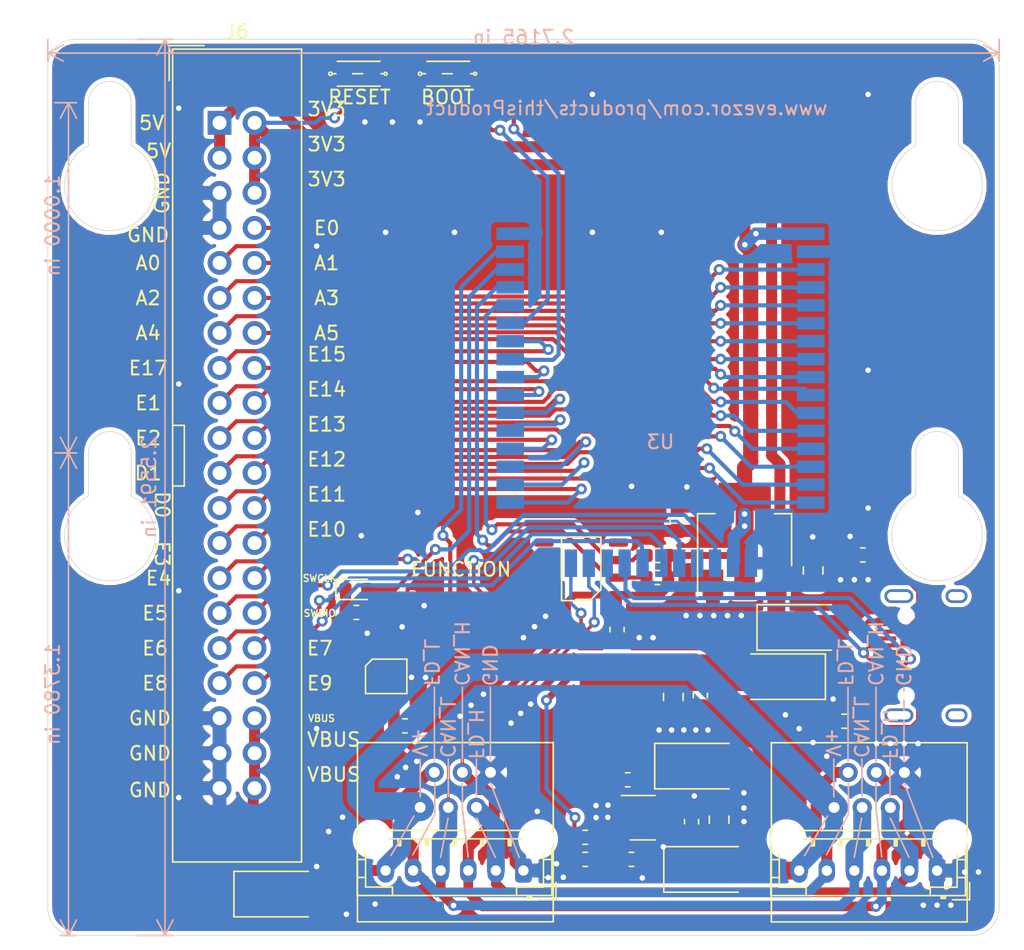
<source format=kicad_pcb>
(kicad_pcb (version 20171130) (host pcbnew "(5.1.5)-3")
  (layers (0 F.Cu signal) (31 B.Cu signal) (34 B.Paste user) (35 F.Paste user) (36 B.SilkS user) (37 F.SilkS user) (38 B.Mask user) (39 F.Mask user) (44 Edge.Cuts user))
  (net 0 "")
  (net 1 "Net-(C1-Pad2)")
  (net 2 "Net-(C1-Pad1)")
  (net 3 "Net-(C2-Pad2)")
  (net 4 GND)
  (net 5 /CAN_H)
  (net 6 /CAN_L)
  (net 7 +3V3)
  (net 8 /FD_H)
  (net 9 /FD_L)
  (net 10 "Net-(D3-Pad1)")
  (net 11 /RESET)
  (net 12 "Net-(U6-Pad2)")
  (net 13 /NEO_STATUS)
  (net 14 "Net-(J1-PadA8)")
  (net 15 "Net-(J1-PadB8)")
  (net 16 "Net-(C3-Pad1)")
  (net 17 /BOOT)
  (net 18 /D+)
  (net 19 /CC2)
  (net 20 /D-)
  (net 21 /CC1)
  (net 22 /VREG_OUT)
  (net 23 /USB_VCC)
  (net 24 /GUID_SCL)
  (net 25 /GUID_SDO)
  (net 26 "Net-(U4-Pad4)")
  (net 27 "Net-(U4-Pad5)")
  (net 28 "Net-(U4-Pad6)")
  (net 29 "Net-(U4-Pad7)")
  (net 30 /FUNCTION_BUTTON)
  (net 31 /HBT_LED)
  (net 32 +5V)
  (net 33 /E8)
  (net 34 /E7)
  (net 35 /E6)
  (net 36 /E5)
  (net 37 /E4)
  (net 38 /E3)
  (net 39 /D0)
  (net 40 /D1)
  (net 41 /E2)
  (net 42 /SWDIO)
  (net 43 /E1)
  (net 44 /SWCLK)
  (net 45 /A5)
  (net 46 /E10)
  (net 47 /A4)
  (net 48 /E11)
  (net 49 /A3)
  (net 50 /E12)
  (net 51 /A2)
  (net 52 /E13)
  (net 53 /A1)
  (net 54 /E14)
  (net 55 /A0)
  (net 56 /E15)
  (net 57 /E0)
  (net 58 /E17)
  (net 59 /E9)
  (net 60 VBUS)
  (net 61 "Net-(D6-Pad1)")
  (module Diode_SMD:D_SMA (layer F.Cu) (at 97.4 148)
    (fp_text reference D6)
    (fp_text value D_Schottky)
    (pad 2 smd rect (at 2 0) (size 2.5 1.8) (layers F.Cu F.Paste F.Mask) (net 60 VBUS))
    (pad 1 smd rect (at -2 0) (size 2.5 1.8) (layers F.Cu F.Paste F.Mask) (net 61 "Net-(D6-Pad1)"))
  )
  (module EvezorLIB:USB_C_Receptacle_HRO_TYPE-C-31-M-12 (layer F.Cu) (at 145.36 130.71 90)
    (fp_text reference J1)
    (fp_text value USB_C_Receptacle_USB2.0)
    (pad B1 smd rect (at 3.25 -4.045 90) (size 0.6 1.45) (layers F.Cu F.Paste F.Mask) (net 4 GND))
    (pad A9 smd rect (at 2.45 -4.045 90) (size 0.6 1.45) (layers F.Cu F.Paste F.Mask) (net 23 /USB_VCC))
    (pad B9 smd rect (at -2.45 -4.045 90) (size 0.6 1.45) (layers F.Cu F.Paste F.Mask) (net 23 /USB_VCC))
    (pad B12 smd rect (at -3.25 -4.045 90) (size 0.6 1.45) (layers F.Cu F.Paste F.Mask) (net 4 GND))
    (pad A1 smd rect (at -3.25 -4.045 90) (size 0.6 1.45) (layers F.Cu F.Paste F.Mask) (net 4 GND))
    (pad A4 smd rect (at -2.45 -4.045 90) (size 0.6 1.45) (layers F.Cu F.Paste F.Mask) (net 23 /USB_VCC))
    (pad B4 smd rect (at 2.45 -4.045 90) (size 0.6 1.45) (layers F.Cu F.Paste F.Mask) (net 23 /USB_VCC))
    (pad A12 smd rect (at 3.25 -4.045 90) (size 0.6 1.45) (layers F.Cu F.Paste F.Mask) (net 4 GND))
    (pad B8 smd rect (at -1.75 -4.045 90) (size 0.3 1.45) (layers F.Cu F.Paste F.Mask) (net 15 "Net-(J1-PadB8)"))
    (pad A5 smd rect (at -1.25 -4.045 90) (size 0.3 1.45) (layers F.Cu F.Paste F.Mask) (net 21 /CC1))
    (pad B7 smd rect (at -0.75 -4.045 90) (size 0.3 1.45) (layers F.Cu F.Paste F.Mask) (net 20 /D-))
    (pad A7 smd rect (at 0.25 -4.045 90) (size 0.3 1.45) (layers F.Cu F.Paste F.Mask) (net 20 /D-))
    (pad B6 smd rect (at 0.75 -4.045 90) (size 0.3 1.45) (layers F.Cu F.Paste F.Mask) (net 18 /D+))
    (pad A8 smd rect (at 1.25 -4.045 90) (size 0.3 1.45) (layers F.Cu F.Paste F.Mask) (net 14 "Net-(J1-PadA8)"))
    (pad B5 smd rect (at 1.75 -4.045 90) (size 0.3 1.45) (layers F.Cu F.Paste F.Mask) (net 19 /CC2))
    (pad A6 smd rect (at -0.25 -4.045 90) (size 0.3 1.45) (layers F.Cu F.Paste F.Mask) (net 18 /D+))
    (pad "" thru_hole oval (at 4.32 -3.13 90) (size 1 2.1) (drill oval 0.6 1.7) (layers *.Cu *.Mask))
    (pad "" thru_hole oval (at -4.32 -3.13 90) (size 1 2.1) (drill oval 0.6 1.7) (layers *.Cu *.Mask))
    (pad "" np_thru_hole circle (at -2.89 -2.6 90) (size 0.65 0.65) (drill 0.65) (layers *.Cu *.Mask))
    (pad "" thru_hole oval (at -4.32 1.05 90) (size 1 1.6) (drill oval 0.6 1.2) (layers *.Cu *.Mask))
    (pad "" np_thru_hole circle (at 2.89 -2.6 90) (size 0.65 0.65) (drill 0.65) (layers *.Cu *.Mask))
    (pad "" thru_hole oval (at 4.32 1.05 90) (size 1 1.6) (drill oval 0.6 1.2) (layers *.Cu *.Mask))
  )
  (module EvezorLIB:EDGE_STAMP (layer B.Cu) (at 124.94 123.6 180)
    (fp_text reference U3 (at 0 8.4) (layer B.SilkS) (effects (justify mirror)))
    (fp_text value EDGE_STM32F405_CPU_V1)
    (pad 43 smd custom (at 10.9 23.5 90) (size 0.9 2) (layers B.Cu B.Paste B.Mask) (net 4 GND) (options (clearance outline) (anchor rect)) (primitives))
    (pad 42 smd custom (at 10.9 22.2 90) (size 0.9 2) (layers B.Cu B.Paste B.Mask) (net 13 /NEO_STATUS) (options (clearance outline) (anchor rect)) (primitives))
    (pad 41 smd custom (at 10.9 20.9 90) (size 0.9 2) (layers B.Cu B.Paste B.Mask) (net 31 /HBT_LED) (options (clearance outline) (anchor rect)) (primitives))
    (pad 40 smd custom (at 10.9 19.6 90) (size 0.9 2) (layers B.Cu B.Paste B.Mask) (net 25 /GUID_SDO) (options (clearance outline) (anchor rect)) (primitives))
    (pad 39 smd custom (at 10.9 18.3 90) (size 0.9 2) (layers B.Cu B.Paste B.Mask) (net 24 /GUID_SCL) (options (clearance outline) (anchor rect)) (primitives))
    (pad 38 smd custom (at 10.9 17 90) (size 0.9 2) (layers B.Cu B.Paste B.Mask) (net 11 /RESET) (options (clearance outline) (anchor rect)) (primitives))
    (pad 37 smd custom (at 10.9 15.7 90) (size 0.9 2) (layers B.Cu B.Paste B.Mask) (net 58 /E17) (options (clearance outline) (anchor rect)) (primitives))
    (pad 36 smd custom (at 10.9 14.4 90) (size 0.9 2) (layers B.Cu B.Paste B.Mask) (net 17 /BOOT) (options (clearance outline) (anchor rect)) (primitives))
    (pad 35 smd custom (at 10.9 13.1 90) (size 0.9 2) (layers B.Cu B.Paste B.Mask) (net 56 /E15) (options (clearance outline) (anchor rect)) (primitives))
    (pad 34 smd custom (at 10.9 11.8 90) (size 0.9 2) (layers B.Cu B.Paste B.Mask) (net 54 /E14) (options (clearance outline) (anchor rect)) (primitives))
    (pad 33 smd custom (at 10.9 10.5 90) (size 0.9 2) (layers B.Cu B.Paste B.Mask) (net 52 /E13) (options (clearance outline) (anchor rect)) (primitives))
    (pad 32 smd custom (at 10.9 9.2 90) (size 0.9 2) (layers B.Cu B.Paste B.Mask) (net 50 /E12) (options (clearance outline) (anchor rect)) (primitives))
    (pad 31 smd custom (at 10.9 7.9 90) (size 0.9 2) (layers B.Cu B.Paste B.Mask) (net 48 /E11) (options (clearance outline) (anchor rect)) (primitives))
    (pad 30 smd custom (at 10.9 6.6 90) (size 0.9 2) (layers B.Cu B.Paste B.Mask) (net 46 /E10) (options (clearance outline) (anchor rect)) (primitives))
    (pad 29 smd custom (at 10.9 5.3 90) (size 0.9 2) (layers B.Cu B.Paste B.Mask) (net 44 /SWCLK) (options (clearance outline) (anchor rect)) (primitives))
    (pad 1 smd custom (at -10.9 23.5 90) (size 0.9 2) (layers B.Cu B.Paste B.Mask) (net 7 +3V3) (options (clearance outline) (anchor rect)) (primitives))
    (pad 2 smd custom (at -10.9 22.2 90) (size 0.9 2) (layers B.Cu B.Paste B.Mask) (net 4 GND) (options (clearance outline) (anchor rect)) (primitives))
    (pad 3 smd custom (at -10.9 20.9 90) (size 0.9 2) (layers B.Cu B.Paste B.Mask) (net 57 /E0) (options (clearance outline) (anchor rect)) (primitives))
    (pad 4 smd custom (at -10.9 19.6 90) (size 0.9 2) (layers B.Cu B.Paste B.Mask) (net 55 /A0) (options (clearance outline) (anchor rect)) (primitives))
    (pad 5 smd custom (at -10.9 18.3 90) (size 0.9 2) (layers B.Cu B.Paste B.Mask) (net 53 /A1) (options (clearance outline) (anchor rect)) (primitives))
    (pad 6 smd custom (at -10.9 17 90) (size 0.9 2) (layers B.Cu B.Paste B.Mask) (net 51 /A2) (options (clearance outline) (anchor rect)) (primitives))
    (pad 7 smd custom (at -10.9 15.7 90) (size 0.9 2) (layers B.Cu B.Paste B.Mask) (net 49 /A3) (options (clearance outline) (anchor rect)) (primitives))
    (pad 8 smd custom (at -10.9 14.4 90) (size 0.9 2) (layers B.Cu B.Paste B.Mask) (net 47 /A4) (options (clearance outline) (anchor rect)) (primitives))
    (pad 9 smd custom (at -10.9 13.1 90) (size 0.9 2) (layers B.Cu B.Paste B.Mask) (net 45 /A5) (options (clearance outline) (anchor rect)) (primitives))
    (pad 10 smd custom (at -10.9 11.8 90) (size 0.9 2) (layers B.Cu B.Paste B.Mask) (net 43 /E1) (options (clearance outline) (anchor rect)) (primitives))
    (pad 11 smd custom (at -10.9 10.5 90) (size 0.9 2) (layers B.Cu B.Paste B.Mask) (net 41 /E2) (options (clearance outline) (anchor rect)) (primitives))
    (pad 12 smd custom (at -10.9 9.2 90) (size 0.9 2) (layers B.Cu B.Paste B.Mask) (net 40 /D1) (options (clearance outline) (anchor rect)) (primitives))
    (pad 13 smd custom (at -10.9 7.9 90) (size 0.9 2) (layers B.Cu B.Paste B.Mask) (net 39 /D0) (options (clearance outline) (anchor rect)) (primitives))
    (pad 14 smd custom (at -10.9 6.6 90) (size 0.9 2) (layers B.Cu B.Paste B.Mask) (net 38 /E3) (options (clearance outline) (anchor rect)) (primitives))
    (pad 15 smd custom (at -10.9 5.3 90) (size 0.9 2) (layers B.Cu B.Paste B.Mask) (net 37 /E4) (options (clearance outline) (anchor rect)) (primitives))
    (pad 28 smd custom (at 10.9 4 90) (size 0.9 2) (layers B.Cu B.Paste B.Mask) (net 42 /SWDIO) (options (clearance outline) (anchor rect)) (primitives))
    (pad 16 smd custom (at -10.9 4 90) (size 0.9 2) (layers B.Cu B.Paste B.Mask) (net 36 /E5) (options (clearance outline) (anchor rect)) (primitives))
    (pad 27 smd custom (at 6.5 -0.4 180) (size 0.9 2) (layers B.Cu B.Paste B.Mask) (net 6 /CAN_L) (options (clearance outline) (anchor rect)) (primitives))
    (pad 26 smd custom (at 5.2 -0.4 180) (size 0.9 2) (layers B.Cu B.Paste B.Mask) (net 5 /CAN_H) (options (clearance outline) (anchor rect)) (primitives))
    (pad 25 smd custom (at 3.9 -0.4 180) (size 0.9 2) (layers B.Cu B.Paste B.Mask) (net 18 /D+) (options (clearance outline) (anchor rect)) (primitives))
    (pad 24 smd custom (at 2.6 -0.4 180) (size 0.9 2) (layers B.Cu B.Paste B.Mask) (net 20 /D-) (options (clearance outline) (anchor rect)) (primitives))
    (pad 23 smd custom (at 1.3 -0.4 180) (size 0.9 2) (layers B.Cu B.Paste B.Mask) (net 59 /E9) (options (clearance outline) (anchor rect)) (primitives))
    (pad 22 smd custom (at -0.06 -0.4 180) (size 0.9 2) (layers B.Cu B.Paste B.Mask) (net 33 /E8) (options (clearance outline) (anchor rect)) (primitives))
    (pad 21 smd custom (at -1.36 -0.4 180) (size 0.9 2) (layers B.Cu B.Paste B.Mask) (net 34 /E7) (options (clearance outline) (anchor rect)) (primitives))
    (pad 20 smd custom (at -2.66 -0.4 180) (size 0.9 2) (layers B.Cu B.Paste B.Mask) (net 30 /FUNCTION_BUTTON) (options (clearance outline) (anchor rect)) (primitives))
    (pad 19 smd custom (at -3.96 -0.4 180) (size 0.9 2) (layers B.Cu B.Paste B.Mask) (net 35 /E6) (options (clearance outline) (anchor rect)) (primitives))
    (pad 18 smd custom (at -5.26 -0.4 180) (size 0.9 2) (layers B.Cu B.Paste B.Mask) (net 7 +3V3) (options (clearance outline) (anchor rect)) (primitives))
    (pad 17 smd custom (at -6.56 -0.4 180) (size 0.9 2) (layers B.Cu B.Paste B.Mask) (net 4 GND) (options (clearance outline) (anchor rect)) (primitives))
  )
  (module Capacitor_SMD:C_0603_1608Metric (layer F.Cu) (at 106.4075 135.8)
    (fp_text reference C9)
    (fp_text value C_Small)
    (pad 2 smd roundrect (at 0.7875 0) (size 0.875 0.95) (layers F.Cu F.Paste F.Mask) (net 4 GND))
    (pad 1 smd roundrect (at -0.7875 0) (size 0.875 0.95) (layers F.Cu F.Paste F.Mask) (net 7 +3V3))
  )
  (module Connector_JST:JST_PH_B6B-PH-K_1x06_P2.00mm_Vertical (layer F.Cu) (at 115 146.29 180)
    (fp_text reference J5)
    (fp_text value PH)
    (pad 6 thru_hole oval (at 10 0 180) (size 1.2 1.75) (drill 0.75) (layers *.Cu *.Mask) (net 60 VBUS))
    (pad 5 thru_hole oval (at 8 0 180) (size 1.2 1.75) (drill 0.75) (layers *.Cu *.Mask) (net 9 /FD_L))
    (pad 4 thru_hole oval (at 6 0 180) (size 1.2 1.75) (drill 0.75) (layers *.Cu *.Mask) (net 6 /CAN_L))
    (pad 3 thru_hole oval (at 4 0 180) (size 1.2 1.75) (drill 0.75) (layers *.Cu *.Mask) (net 5 /CAN_H))
    (pad 2 thru_hole oval (at 2 0 180) (size 1.2 1.75) (drill 0.75) (layers *.Cu *.Mask) (net 8 /FD_H))
    (pad 1 thru_hole roundrect (at 0 0 180) (size 1.2 1.75) (drill 0.75) (layers *.Cu *.Mask) (roundrect_rratio 0.208333) (net 4 GND))
  )
  (module Capacitor_SMD:C_0603_1608Metric (layer F.Cu) (at 127.83 133.5975 270)
    (fp_text reference C5)
    (fp_text value .1uF)
    (pad 2 smd roundrect (at 0.7875 0 270) (size 0.875 0.95) (layers F.Cu F.Paste F.Mask) (net 4 GND))
    (pad 1 smd roundrect (at -0.7875 0 270) (size 0.875 0.95) (layers F.Cu F.Paste F.Mask) (net 22 /VREG_OUT))
  )
  (module Capacitor_SMD:C_0805_2012Metric (layer F.Cu) (at 125.87 133.7 270)
    (fp_text reference C6)
    (fp_text value 22uF)
    (pad 2 smd roundrect (at 0.9375 0 270) (size 0.975 1.4) (layers F.Cu F.Paste F.Mask) (net 4 GND))
    (pad 1 smd roundrect (at -0.9375 0 270) (size 0.975 1.4) (layers F.Cu F.Paste F.Mask) (net 22 /VREG_OUT))
  )
  (module Capacitor_SMD:C_0603_1608Metric (layer F.Cu) (at 122.5625 139.71 180)
    (fp_text reference C1)
    (fp_text value ".1uF 50V")
    (pad 2 smd roundrect (at 0.7875 0 180) (size 0.875 0.95) (layers F.Cu F.Paste F.Mask) (net 1 "Net-(C1-Pad2)"))
    (pad 1 smd roundrect (at -0.7875 0 180) (size 0.875 0.95) (layers F.Cu F.Paste F.Mask) (net 2 "Net-(C1-Pad1)"))
  )
  (module Capacitor_SMD:C_0603_1608Metric (layer F.Cu) (at 119.4825 143.88)
    (fp_text reference C2)
    (fp_text value .1uF)
    (pad 2 smd roundrect (at 0.7875 0) (size 0.875 0.95) (layers F.Cu F.Paste F.Mask) (net 3 "Net-(C2-Pad2)"))
    (pad 1 smd roundrect (at -0.7875 0) (size 0.875 0.95) (layers F.Cu F.Paste F.Mask) (net 22 /VREG_OUT))
  )
  (module Capacitor_SMD:C_0805_2012Metric (layer F.Cu) (at 129.19 142.5975 90)
    (fp_text reference C4)
    (fp_text value 4.7uF)
    (pad 2 smd roundrect (at 0.9375 0 90) (size 0.975 1.4) (layers F.Cu F.Paste F.Mask) (net 4 GND))
    (pad 1 smd roundrect (at -0.9375 0 90) (size 0.975 1.4) (layers F.Cu F.Paste F.Mask) (net 16 "Net-(C3-Pad1)"))
  )
  (module EvezorLIB:RJ11_C189747_Horizontal (layer F.Cu) (at 140.079999 141.719999 180)
    (fp_text reference J2)
    (fp_text value RJ11)
    (pad "" np_thru_hole circle (at 6 -2.3) (size 2.3 2.3) (drill 2.3) (layers *.Cu *.Mask))
    (pad "" np_thru_hole circle (at -6 -2.3 180) (size 2.3 2.3) (drill 2.3) (layers *.Cu *.Mask))
    (pad 5 thru_hole circle (at 1.53 2.54 180) (size 1.39 1.39) (drill 0.79) (layers *.Cu *.Mask) (net 9 /FD_L))
    (pad 3 thru_hole circle (at -0.51 2.54 180) (size 1.39 1.39) (drill 0.79) (layers *.Cu *.Mask) (net 5 /CAN_H))
    (pad 1 thru_hole circle (at -2.55 2.54 180) (size 1.39 1.39) (drill 0.79) (layers *.Cu *.Mask) (net 4 GND))
    (pad 6 thru_hole circle (at 2.55 0 180) (size 1.39 1.39) (drill 0.79) (layers *.Cu *.Mask) (net 60 VBUS))
    (pad 4 thru_hole circle (at 0.51 0 180) (size 1.39 1.39) (drill 0.79) (layers *.Cu *.Mask) (net 6 /CAN_L))
    (pad 2 thru_hole circle (at -1.53 0 180) (size 1.39 1.39) (drill 0.79) (layers *.Cu *.Mask) (net 8 /FD_H))
  )
  (module EvezorLIB:RJ11_C189747_Horizontal (layer F.Cu) (at 110.059999 141.709999 180)
    (fp_text reference J3)
    (fp_text value RJ11)
    (pad "" np_thru_hole circle (at 6 -2.3) (size 2.3 2.3) (drill 2.3) (layers *.Cu *.Mask))
    (pad "" np_thru_hole circle (at -6 -2.3 180) (size 2.3 2.3) (drill 2.3) (layers *.Cu *.Mask))
    (pad 5 thru_hole circle (at 1.53 2.54 180) (size 1.39 1.39) (drill 0.79) (layers *.Cu *.Mask) (net 9 /FD_L))
    (pad 3 thru_hole circle (at -0.51 2.54 180) (size 1.39 1.39) (drill 0.79) (layers *.Cu *.Mask) (net 5 /CAN_H))
    (pad 1 thru_hole circle (at -2.55 2.54 180) (size 1.39 1.39) (drill 0.79) (layers *.Cu *.Mask) (net 4 GND))
    (pad 6 thru_hole circle (at 2.55 0 180) (size 1.39 1.39) (drill 0.79) (layers *.Cu *.Mask) (net 60 VBUS))
    (pad 4 thru_hole circle (at 0.51 0 180) (size 1.39 1.39) (drill 0.79) (layers *.Cu *.Mask) (net 6 /CAN_L))
    (pad 2 thru_hole circle (at -1.53 0 180) (size 1.39 1.39) (drill 0.79) (layers *.Cu *.Mask) (net 8 /FD_H))
  )
  (module Connector_JST:JST_PH_B6B-PH-K_1x06_P2.00mm_Vertical (layer F.Cu) (at 145 146.3 180)
    (fp_text reference J4)
    (fp_text value PH)
    (pad 6 thru_hole oval (at 10 0 180) (size 1.2 1.75) (drill 0.75) (layers *.Cu *.Mask) (net 60 VBUS))
    (pad 5 thru_hole oval (at 8 0 180) (size 1.2 1.75) (drill 0.75) (layers *.Cu *.Mask) (net 9 /FD_L))
    (pad 4 thru_hole oval (at 6 0 180) (size 1.2 1.75) (drill 0.75) (layers *.Cu *.Mask) (net 6 /CAN_L))
    (pad 3 thru_hole oval (at 4 0 180) (size 1.2 1.75) (drill 0.75) (layers *.Cu *.Mask) (net 5 /CAN_H))
    (pad 2 thru_hole oval (at 2 0 180) (size 1.2 1.75) (drill 0.75) (layers *.Cu *.Mask) (net 8 /FD_H))
    (pad 1 thru_hole roundrect (at 0 0 180) (size 1.2 1.75) (drill 0.75) (layers *.Cu *.Mask) (roundrect_rratio 0.208333) (net 4 GND))
  )
  (module Resistor_SMD:R_0603_1608Metric (layer F.Cu) (at 122.8375 145.48 180)
    (fp_text reference R1)
    (fp_text value 10k)
    (pad 2 smd roundrect (at 0.7875 0 180) (size 0.875 0.95) (layers F.Cu F.Paste F.Mask) (net 3 "Net-(C2-Pad2)"))
    (pad 1 smd roundrect (at -0.7875 0 180) (size 0.875 0.95) (layers F.Cu F.Paste F.Mask) (net 4 GND))
  )
  (module Resistor_SMD:R_0603_1608Metric (layer F.Cu) (at 119.4825 145.48)
    (fp_text reference R2)
    (fp_text value 82k)
    (pad 2 smd roundrect (at 0.7875 0) (size 0.875 0.95) (layers F.Cu F.Paste F.Mask) (net 3 "Net-(C2-Pad2)"))
    (pad 1 smd roundrect (at -0.7875 0) (size 0.875 0.95) (layers F.Cu F.Paste F.Mask) (net 22 /VREG_OUT))
  )
  (module Package_TO_SOT_SMD:SOT-23-6 (layer F.Cu) (at 123.65 142.46)
    (fp_text reference U1)
    (fp_text value V_REG)
    (pad 5 smd rect (at 1.1 0) (size 1.06 0.65) (layers F.Cu F.Paste F.Mask) (net 16 "Net-(C3-Pad1)"))
    (pad 6 smd rect (at 1.1 -0.95) (size 1.06 0.65) (layers F.Cu F.Paste F.Mask) (net 2 "Net-(C1-Pad1)"))
    (pad 4 smd rect (at 1.1 0.95) (size 1.06 0.65) (layers F.Cu F.Paste F.Mask) (net 16 "Net-(C3-Pad1)"))
    (pad 3 smd rect (at -1.1 0.95) (size 1.06 0.65) (layers F.Cu F.Paste F.Mask) (net 3 "Net-(C2-Pad2)"))
    (pad 2 smd rect (at -1.1 0) (size 1.06 0.65) (layers F.Cu F.Paste F.Mask) (net 4 GND))
    (pad 1 smd rect (at -1.1 -0.95) (size 1.06 0.65) (layers F.Cu F.Paste F.Mask) (net 1 "Net-(C1-Pad2)"))
  )
  (module Capacitor_SMD:C_0603_1608Metric (layer F.Cu) (at 127.19 142.7475 90)
    (fp_text reference C3)
    (fp_text value ".1uF 50V")
    (pad 2 smd roundrect (at 0.7875 0 90) (size 0.875 0.95) (layers F.Cu F.Paste F.Mask) (net 4 GND))
    (pad 1 smd roundrect (at -0.7875 0 90) (size 0.875 0.95) (layers F.Cu F.Paste F.Mask) (net 16 "Net-(C3-Pad1)"))
  )
  (module Diode_SMD:D_SMA (layer F.Cu) (at 127.92 138.72)
    (fp_text reference D1)
    (fp_text value D_Schottky)
    (pad 2 smd rect (at 2 0) (size 2.5 1.8) (layers F.Cu F.Paste F.Mask) (net 4 GND))
    (pad 1 smd rect (at -2 0) (size 2.5 1.8) (layers F.Cu F.Paste F.Mask) (net 2 "Net-(C1-Pad1)"))
  )
  (module LED_SMD:LED_0603_1608Metric (layer F.Cu) (at 102.8825 125.9)
    (fp_text reference D3)
    (fp_text value LED)
    (pad 2 smd roundrect (at 0.7875 0) (size 0.875 0.95) (layers F.Cu F.Paste F.Mask) (net 31 /HBT_LED))
    (pad 1 smd roundrect (at -0.7875 0) (size 0.875 0.95) (layers F.Cu F.Paste F.Mask) (net 10 "Net-(D3-Pad1)"))
  )
  (module EvezorLIB:INDUCTOR_7.5X6.6_GCDA0630-220MC (layer F.Cu) (at 120.84 134.845 90)
    (fp_text reference L1)
    (fp_text value 22uH)
    (pad 2 smd rect (at 2.695 0 90) (size 1.98 3.43) (layers F.Cu F.Paste F.Mask) (net 22 /VREG_OUT))
    (pad 1 smd rect (at -2.695 0 90) (size 1.98 3.43) (layers F.Cu F.Paste F.Mask) (net 2 "Net-(C1-Pad1)"))
  )
  (module Resistor_SMD:R_0603_1608Metric (layer F.Cu) (at 102.8825 127.57 180)
    (fp_text reference R5)
    (fp_text value 10k)
    (pad 2 smd roundrect (at 0.7875 0 180) (size 0.875 0.95) (layers F.Cu F.Paste F.Mask) (net 10 "Net-(D3-Pad1)"))
    (pad 1 smd roundrect (at -0.7875 0 180) (size 0.875 0.95) (layers F.Cu F.Paste F.Mask) (net 4 GND))
  )
  (module Package_TO_SOT_SMD:SOT-223-3_TabPin2 (layer F.Cu) (at 131.04 122.32 90)
    (fp_text reference U2)
    (fp_text value AMS1117-3.3)
    (pad 1 smd rect (at -3.15 -2.3 90) (size 2 1.5) (layers F.Cu F.Paste F.Mask) (net 4 GND))
    (pad 3 smd rect (at -3.15 2.3 90) (size 2 1.5) (layers F.Cu F.Paste F.Mask) (net 32 +5V))
    (pad 2 smd rect (at -3.15 0 90) (size 2 1.5) (layers F.Cu F.Paste F.Mask) (net 7 +3V3))
    (pad 2 smd rect (at 3.15 0 90) (size 2 3.8) (layers F.Cu F.Paste F.Mask) (net 7 +3V3))
  )
  (module EvezorLIB:NEOPIXEL_5050 (layer F.Cu) (at 105.045001 132.205001 180)
    (fp_text reference U6)
    (fp_text value NEOPIXEL_5050)
    (pad 3 smd rect (at -2.45 -1.6 180) (size 1.5 1) (layers F.Cu F.Paste F.Mask) (net 4 GND))
    (pad 4 smd rect (at -2.45 1.6 180) (size 1.5 1) (layers F.Cu F.Paste F.Mask) (net 13 /NEO_STATUS))
    (pad 2 smd rect (at 2.45 -1.6 180) (size 1.5 1) (layers F.Cu F.Paste F.Mask) (net 12 "Net-(U6-Pad2)"))
    (pad 1 smd rect (at 2.45 1.6 180) (size 1.5 1) (layers F.Cu F.Paste F.Mask) (net 7 +3V3))
  )
  (module Diode_SMD:D_SMA (layer F.Cu) (at 128.58 146.21)
    (fp_text reference D2)
    (fp_text value D_Schottky)
    (pad 1 smd rect (at -2 0) (size 2.5 1.8) (layers F.Cu F.Paste F.Mask) (net 16 "Net-(C3-Pad1)"))
    (pad 2 smd rect (at 2 0) (size 2.5 1.8) (layers F.Cu F.Paste F.Mask) (net 60 VBUS))
  )
  (module Resistor_SMD:R_0603_1608Metric (layer F.Cu) (at 139.6125 123.4 180)
    (fp_text reference R3)
    (fp_text value 5.1k)
    (pad 2 smd roundrect (at 0.7875 0 180) (size 0.875 0.95) (layers F.Cu F.Paste F.Mask) (net 4 GND))
    (pad 1 smd roundrect (at -0.7875 0 180) (size 0.875 0.95) (layers F.Cu F.Paste F.Mask) (net 19 /CC2))
  )
  (module Resistor_SMD:R_0603_1608Metric (layer F.Cu) (at 138.2625 135.46 180)
    (fp_text reference R4)
    (fp_text value 5.1k)
    (pad 1 smd roundrect (at -0.7875 0 180) (size 0.875 0.95) (layers F.Cu F.Paste F.Mask) (net 21 /CC1))
    (pad 2 smd roundrect (at 0.7875 0 180) (size 0.875 0.95) (layers F.Cu F.Paste F.Mask) (net 4 GND))
  )
  (module Capacitor_SMD:C_0603_1608Metric (layer F.Cu) (at 121.79 128.8125 270)
    (fp_text reference C7)
    (fp_text value .1uF)
    (pad 1 smd roundrect (at -0.7875 0 270) (size 0.875 0.95) (layers F.Cu F.Paste F.Mask) (net 7 +3V3))
    (pad 2 smd roundrect (at 0.7875 0 270) (size 0.875 0.95) (layers F.Cu F.Paste F.Mask) (net 4 GND))
  )
  (module Diode_SMD:D_SMA (layer F.Cu) (at 135.34 128.66)
    (fp_text reference D4)
    (fp_text value D_Schottky)
    (pad 2 smd rect (at 2 0) (size 2.5 1.8) (layers F.Cu F.Paste F.Mask) (net 23 /USB_VCC))
    (pad 1 smd rect (at -2 0) (size 2.5 1.8) (layers F.Cu F.Paste F.Mask) (net 32 +5V))
  )
  (module Diode_SMD:D_SMA (layer F.Cu) (at 133.5 132.23 180)
    (fp_text reference D5)
    (fp_text value D_Schottky)
    (pad 1 smd rect (at -2 0 180) (size 2.5 1.8) (layers F.Cu F.Paste F.Mask) (net 32 +5V))
    (pad 2 smd rect (at 2 0 180) (size 2.5 1.8) (layers F.Cu F.Paste F.Mask) (net 22 /VREG_OUT))
  )
  (module Evezor_BUTTONS:SHORT_PAD (layer F.Cu) (at 103 88.5 180)
    (fp_text reference JP1)
    (fp_text value RESET)
    (pad 2 smd roundrect (at 1 0 180) (size 1.1 1.524) (layers F.Cu F.Paste F.Mask) (net 4 GND))
    (pad 1 smd roundrect (at -1 0 180) (size 1.2 1.524) (layers F.Cu F.Paste F.Mask) (net 11 /RESET))
  )
  (module Evezor_BUTTONS:SHORT_PAD (layer F.Cu) (at 109.5 88.5 180)
    (fp_text reference JP2)
    (fp_text value BOOT)
    (pad 1 smd roundrect (at -1 0 180) (size 1.2 1.524) (layers F.Cu F.Paste F.Mask) (net 17 /BOOT))
    (pad 2 smd roundrect (at 1 0 180) (size 1.1 1.524) (layers F.Cu F.Paste F.Mask) (net 7 +3V3))
  )
  (module Resistor_SMD:R_0603_1608Metric (layer F.Cu) (at 124.7125 125.04)
    (fp_text reference R6)
    (fp_text value R_Small)
    (pad 2 smd roundrect (at 0.7875 0) (size 0.875 0.95) (layers F.Cu F.Paste F.Mask) (net 7 +3V3))
    (pad 1 smd roundrect (at -0.7875 0) (size 0.875 0.95) (layers F.Cu F.Paste F.Mask) (net 25 /GUID_SDO))
  )
  (module Resistor_SMD:R_0603_1608Metric (layer F.Cu) (at 124.7225 123.44)
    (fp_text reference R7)
    (fp_text value R_Small)
    (pad 1 smd roundrect (at -0.7875 0) (size 0.875 0.95) (layers F.Cu F.Paste F.Mask) (net 24 /GUID_SCL))
    (pad 2 smd roundrect (at 0.7875 0) (size 0.875 0.95) (layers F.Cu F.Paste F.Mask) (net 7 +3V3))
  )
  (module EvezorLIB:SWITCH_2x3_SMD_TACTILE_GREEN (layer F.Cu) (at 110.05 127.07 180)
    (fp_text reference SW1)
    (fp_text value SW_Push)
    (pad 1 smd rect (at -3.85 0 180) (size 1.5 1.2) (layers F.Cu F.Paste F.Mask) (net 30 /FUNCTION_BUTTON))
    (pad 2 smd rect (at 3.85 0 180) (size 1.5 1.2) (layers F.Cu F.Paste F.Mask) (net 4 GND))
  )
  (module Capacitor_SMD:C_0805_2012Metric (layer F.Cu) (at 136.01 124.5275 90)
    (fp_text reference C8)
    (fp_text value 10uF)
    (pad 1 smd roundrect (at -0.9375 0 90) (size 0.975 1.4) (layers F.Cu F.Paste F.Mask) (net 32 +5V))
    (pad 2 smd roundrect (at 0.9375 0 90) (size 0.975 1.4) (layers F.Cu F.Paste F.Mask) (net 4 GND))
  )
  (module Capacitor_SMD:C_0603_1608Metric (layer F.Cu) (at 126.15 120.87 270)
    (fp_text reference C10)
    (fp_text value .1uF)
    (pad 1 smd roundrect (at -0.7875 0 270) (size 0.875 0.95) (layers F.Cu F.Paste F.Mask) (net 7 +3V3))
    (pad 2 smd roundrect (at 0.7875 0 270) (size 0.875 0.95) (layers F.Cu F.Paste F.Mask) (net 4 GND))
  )
  (module EvezorLIB:GUID_PS150C (layer F.Cu) (at 119.19 124.41 90)
    (fp_text reference U4)
    (fp_text value MICOCONTROLLER_GUID_SOP-8)
    (pad 8 smd roundrect (at -1.905 -2.7 90) (size 0.6 1.4) (layers F.Cu F.Paste F.Mask) (net 4 GND))
    (pad 1 smd roundrect (at -1.905 2.7 90) (size 0.6 1.4) (layers F.Cu F.Paste F.Mask) (net 7 +3V3))
    (pad 7 smd roundrect (at -0.635 -2.7 90) (size 0.6 1.4) (layers F.Cu F.Paste F.Mask) (net 29 "Net-(U4-Pad7)"))
    (pad 2 smd roundrect (at -0.635 2.7 90) (size 0.6 1.4) (layers F.Cu F.Paste F.Mask) (net 25 /GUID_SDO))
    (pad 6 smd roundrect (at 0.635 -2.7 90) (size 0.6 1.4) (layers F.Cu F.Paste F.Mask) (net 28 "Net-(U4-Pad6)"))
    (pad 3 smd roundrect (at 0.635 2.7 90) (size 0.6 1.4) (layers F.Cu F.Paste F.Mask) (net 24 /GUID_SCL))
    (pad 5 smd roundrect (at 1.905 -2.7 90) (size 0.6 1.4) (layers F.Cu F.Paste F.Mask) (net 27 "Net-(U4-Pad5)"))
    (pad 4 smd roundrect (at 1.905 2.7 90) (size 0.6 1.4) (layers F.Cu F.Paste F.Mask) (net 26 "Net-(U4-Pad4)"))
  )
  (module Connector_IDC:IDC-Header_2x20_P2.54mm_Vertical (layer F.Cu) (at 92.96 92.06)
    (fp_text reference J6 (at 1.27 -6.604) (layer F.SilkS))
    (fp_text value Conn_02x20_Odd_Even)
    (pad 1 thru_hole rect (at 0 0) (size 1.7272 1.7272) (drill 1.016) (layers *.Cu *.Mask) (net 32 +5V))
    (pad 2 thru_hole oval (at 2.54 0) (size 1.7272 1.7272) (drill 1.016) (layers *.Cu *.Mask) (net 7 +3V3))
    (pad 3 thru_hole oval (at 0 2.54) (size 1.7272 1.7272) (drill 1.016) (layers *.Cu *.Mask) (net 32 +5V))
    (pad 4 thru_hole oval (at 2.54 2.54) (size 1.7272 1.7272) (drill 1.016) (layers *.Cu *.Mask) (net 7 +3V3))
    (pad 5 thru_hole oval (at 0 5.08) (size 1.7272 1.7272) (drill 1.016) (layers *.Cu *.Mask) (net 4 GND))
    (pad 6 thru_hole oval (at 2.54 5.08) (size 1.7272 1.7272) (drill 1.016) (layers *.Cu *.Mask) (net 7 +3V3))
    (pad 7 thru_hole oval (at 0 7.62) (size 1.7272 1.7272) (drill 1.016) (layers *.Cu *.Mask) (net 4 GND))
    (pad 8 thru_hole oval (at 2.54 7.62) (size 1.7272 1.7272) (drill 1.016) (layers *.Cu *.Mask) (net 57 /E0))
    (pad 9 thru_hole oval (at 0 10.16) (size 1.7272 1.7272) (drill 1.016) (layers *.Cu *.Mask) (net 55 /A0))
    (pad 10 thru_hole oval (at 2.54 10.16) (size 1.7272 1.7272) (drill 1.016) (layers *.Cu *.Mask) (net 53 /A1))
    (pad 11 thru_hole oval (at 0 12.7) (size 1.7272 1.7272) (drill 1.016) (layers *.Cu *.Mask) (net 51 /A2))
    (pad 12 thru_hole oval (at 2.54 12.7) (size 1.7272 1.7272) (drill 1.016) (layers *.Cu *.Mask) (net 49 /A3))
    (pad 13 thru_hole oval (at 0 15.24) (size 1.7272 1.7272) (drill 1.016) (layers *.Cu *.Mask) (net 47 /A4))
    (pad 14 thru_hole oval (at 2.54 15.24) (size 1.7272 1.7272) (drill 1.016) (layers *.Cu *.Mask) (net 45 /A5))
    (pad 15 thru_hole oval (at 0 17.78) (size 1.7272 1.7272) (drill 1.016) (layers *.Cu *.Mask) (net 58 /E17))
    (pad 16 thru_hole oval (at 2.54 17.78) (size 1.7272 1.7272) (drill 1.016) (layers *.Cu *.Mask) (net 56 /E15))
    (pad 17 thru_hole oval (at 0 20.32) (size 1.7272 1.7272) (drill 1.016) (layers *.Cu *.Mask) (net 43 /E1))
    (pad 18 thru_hole oval (at 2.54 20.32) (size 1.7272 1.7272) (drill 1.016) (layers *.Cu *.Mask) (net 54 /E14))
    (pad 19 thru_hole oval (at 0 22.86) (size 1.7272 1.7272) (drill 1.016) (layers *.Cu *.Mask) (net 41 /E2))
    (pad 20 thru_hole oval (at 2.54 22.86) (size 1.7272 1.7272) (drill 1.016) (layers *.Cu *.Mask) (net 52 /E13))
    (pad 21 thru_hole oval (at 0 25.4) (size 1.7272 1.7272) (drill 1.016) (layers *.Cu *.Mask) (net 40 /D1))
    (pad 22 thru_hole oval (at 2.54 25.4) (size 1.7272 1.7272) (drill 1.016) (layers *.Cu *.Mask) (net 50 /E12))
    (pad 23 thru_hole oval (at 0 27.94) (size 1.7272 1.7272) (drill 1.016) (layers *.Cu *.Mask) (net 39 /D0))
    (pad 24 thru_hole oval (at 2.54 27.94) (size 1.7272 1.7272) (drill 1.016) (layers *.Cu *.Mask) (net 48 /E11))
    (pad 25 thru_hole oval (at 0 30.48) (size 1.7272 1.7272) (drill 1.016) (layers *.Cu *.Mask) (net 38 /E3))
    (pad 26 thru_hole oval (at 2.54 30.48) (size 1.7272 1.7272) (drill 1.016) (layers *.Cu *.Mask) (net 46 /E10))
    (pad 27 thru_hole oval (at 0 33.02) (size 1.7272 1.7272) (drill 1.016) (layers *.Cu *.Mask) (net 37 /E4))
    (pad 28 thru_hole oval (at 2.54 33.02) (size 1.7272 1.7272) (drill 1.016) (layers *.Cu *.Mask) (net 44 /SWCLK))
    (pad 29 thru_hole oval (at 0 35.56) (size 1.7272 1.7272) (drill 1.016) (layers *.Cu *.Mask) (net 36 /E5))
    (pad 30 thru_hole oval (at 2.54 35.56) (size 1.7272 1.7272) (drill 1.016) (layers *.Cu *.Mask) (net 42 /SWDIO))
    (pad 31 thru_hole oval (at 0 38.1) (size 1.7272 1.7272) (drill 1.016) (layers *.Cu *.Mask) (net 35 /E6))
    (pad 32 thru_hole oval (at 2.54 38.1) (size 1.7272 1.7272) (drill 1.016) (layers *.Cu *.Mask) (net 34 /E7))
    (pad 33 thru_hole oval (at 0 40.64) (size 1.7272 1.7272) (drill 1.016) (layers *.Cu *.Mask) (net 33 /E8))
    (pad 34 thru_hole oval (at 2.54 40.64) (size 1.7272 1.7272) (drill 1.016) (layers *.Cu *.Mask) (net 59 /E9))
    (pad 35 thru_hole oval (at 0 43.18) (size 1.7272 1.7272) (drill 1.016) (layers *.Cu *.Mask) (net 4 GND))
    (pad 36 thru_hole oval (at 2.54 43.18) (size 1.7272 1.7272) (drill 1.016) (layers *.Cu *.Mask) (net 61 "Net-(D6-Pad1)"))
    (pad 37 thru_hole oval (at 0 45.72) (size 1.7272 1.7272) (drill 1.016) (layers *.Cu *.Mask) (net 4 GND))
    (pad 38 thru_hole oval (at 2.54 45.72) (size 1.7272 1.7272) (drill 1.016) (layers *.Cu *.Mask) (net 61 "Net-(D6-Pad1)"))
    (pad 39 thru_hole oval (at 0 48.26) (size 1.7272 1.7272) (drill 1.016) (layers *.Cu *.Mask) (net 4 GND))
    (pad 40 thru_hole oval (at 2.54 48.26) (size 1.7272 1.7272) (drill 1.016) (layers *.Cu *.Mask) (net 61 "Net-(D6-Pad1)"))
  )
  (gr_text GND (at 87.905 140.459) (layer F.SilkS) (effects (font (size 1 1))))
  (gr_text GND (at 87.905 137.792) (layer F.SilkS) (effects (font (size 1 1))))
  (gr_text GND (at 87.905 135.252) (layer F.SilkS) (effects (font (size 1 1))))
  (gr_text E8 (at 88.286 132.712) (layer F.SilkS) (effects (font (size 1 1))))
  (gr_text E6 (at 88.286 130.172) (layer F.SilkS) (effects (font (size 1 1))))
  (gr_text E5 (at 88.286 127.632) (layer F.SilkS) (effects (font (size 1 1))))
  (gr_text E4 (at 88.54 125.092) (layer F.SilkS) (effects (font (size 1 1))))
  (gr_text E3 (at 88.794 123.314 270) (layer F.SilkS) (effects (font (size 1 1))))
  (gr_text D0 (at 88.794 119.758 270) (layer F.SilkS) (effects (font (size 1 1))))
  (gr_text D1 (at 87.778 117.472) (layer F.SilkS) (effects (font (size 1 1))))
  (gr_text E2 (at 87.778 114.932) (layer F.SilkS) (effects (font (size 1 1))))
  (gr_text E1 (at 87.778 112.392) (layer F.SilkS) (effects (font (size 1 1))))
  (gr_text E17 (at 87.778 109.852) (layer F.SilkS) (effects (font (size 1 1))))
  (gr_text A4 (at 87.778 107.312) (layer F.SilkS) (effects (font (size 1 1))))
  (gr_text A2 (at 87.778 104.772) (layer F.SilkS) (effects (font (size 1 1))))
  (gr_text A0 (at 87.778 102.232) (layer F.SilkS) (effects (font (size 1 1))))
  (gr_text GND (at 87.778 100.2) (layer F.SilkS) (effects (font (size 1 1))))
  (gr_text GND (at 88.794 97.152 90) (layer F.SilkS) (effects (font (size 1 1))))
  (gr_text 5V (at 88.54 94.104) (layer F.SilkS) (effects (font (size 1 1))))
  (gr_text 5V (at 88.032 92.072) (layer F.SilkS) (effects (font (size 1 1))))
  (gr_text 3V3 (at 100.732 91.072) (layer F.SilkS) (effects (font (size 1 1))))
  (gr_text 3V3 (at 100.732 93.612) (layer F.SilkS) (effects (font (size 1 1))))
  (gr_text 3V3 (at 100.732 96.152) (layer F.SilkS) (effects (font (size 1 1))))
  (gr_text E0 (at 100.732 99.692) (layer F.SilkS) (effects (font (size 1 1))))
  (gr_text A1 (at 100.732 102.232) (layer F.SilkS) (effects (font (size 1 1))))
  (gr_text A3 (at 100.732 104.772) (layer F.SilkS) (effects (font (size 1 1))))
  (gr_text A5 (at 100.732 107.312) (layer F.SilkS) (effects (font (size 1 1))))
  (gr_text E15 (at 100.732 108.852) (layer F.SilkS) (effects (font (size 1 1))))
  (gr_text E14 (at 100.732 111.392) (layer F.SilkS) (effects (font (size 1 1))))
  (gr_text E13 (at 100.732 113.932) (layer F.SilkS) (effects (font (size 1 1))))
  (gr_text E12 (at 100.732 116.472) (layer F.SilkS) (effects (font (size 1 1))))
  (gr_text E11 (at 100.732 119.012) (layer F.SilkS) (effects (font (size 1 1))))
  (gr_text E10 (at 100.732 121.552) (layer F.SilkS) (effects (font (size 1 1))))
  (gr_text SWCLK (at 100.224 125.092) (layer F.SilkS) (effects (font (size 0.5 0.5) (thickness 0.1))))
  (gr_text SWDIO (at 100.224 127.632) (layer F.SilkS) (effects (font (size 0.5 0.5) (thickness 0.1))))
  (gr_text E7 (at 100.224 130.172) (layer F.SilkS) (effects (font (size 1 1))))
  (gr_text E9 (at 100.224 132.712) (layer F.SilkS) (effects (font (size 1 1))))
  (gr_text VBUS (at 100.351 135.252) (layer F.SilkS) (effects (font (size 0.5 0.5) (thickness 0.1))))
  (gr_text VBUS (at 101.24 136.792) (layer F.SilkS) (effects (font (size 1 1))))
  (gr_text VBUS (at 101.24 139.332) (layer F.SilkS) (effects (font (size 1 1))))
  (dimension 69 (width 0.12) (layer B.SilkS) (gr_text "69.000 mm" (at 115 88.27) (layer B.SilkS) (effects (font (size 1 1) (thickness 0.15)) (justify mirror))) (feature1 (pts (xy 80.5 86) (xy 80.5 87.586421))) (feature2 (pts (xy 149.5 86) (xy 149.5 87.586421))) (crossbar (pts (xy 149.5 87) (xy 80.5 87))) (arrow1a (pts (xy 80.5 87) (xy 81.626504 86.413579))) (arrow1b (pts (xy 80.5 87) (xy 81.626504 87.586421))) (arrow2a (pts (xy 149.5 87) (xy 148.373496 86.413579))) (arrow2b (pts (xy 149.5 87) (xy 148.373496 87.586421))))
  (dimension 65 (width 0.12) (layer B.SilkS) (gr_text "65.000 mm" (at 90.27 118.5 -90) (layer B.SilkS) (effects (font (size 1 1) (thickness 0.15)) (justify mirror))) (feature1 (pts (xy 87 86) (xy 89.586421 86))) (feature2 (pts (xy 87 151) (xy 89.586421 151))) (crossbar (pts (xy 89 151) (xy 89 86))) (arrow1a (pts (xy 89 86) (xy 89.586421 87.126504))) (arrow1b (pts (xy 89 86) (xy 88.413579 87.126504))) (arrow2a (pts (xy 89 151) (xy 89.586421 149.873496))) (arrow2b (pts (xy 89 151) (xy 88.413579 149.873496))))
  (gr_line (start 90.4 118.4) (end 89.6 118.4) (layer F.SilkS) (width 0.12))
  (gr_line (start 90.4 114) (end 90.4 118.4) (layer F.SilkS) (width 0.12))
  (gr_line (start 89.6 114) (end 90.4 114) (layer F.SilkS) (width 0.12))
  (gr_arc (start 85.000001 115.999999) (end 86.550001 115.999999) (angle -180) (layer Edge.Cuts) (width 0.05))
  (gr_line (start 83.45 119.107867) (end 83.45 115.999999) (layer Edge.Cuts) (width 0.05))
  (gr_arc (start 85.000001 121.999999) (end 83.45 119.107867) (angle -303.6230146) (layer Edge.Cuts) (width 0.05))
  (gr_line (start 86.55 119.107866) (end 86.55 115.999998) (layer Edge.Cuts) (width 0.05))
  (gr_arc (start 82.5 149) (end 80.5 149) (angle -90) (layer Edge.Cuts) (width 0.05))
  (gr_line (start 80.5 149) (end 80.5 88) (layer Edge.Cuts) (width 0.05))
  (gr_arc (start 82.5 88) (end 82.5 86) (angle -90) (layer Edge.Cuts) (width 0.05))
  (gr_line (start 82.5 86) (end 147.5 86) (layer Edge.Cuts) (width 0.05))
  (gr_arc (start 147.5 88) (end 149.5 88) (angle -90) (layer Edge.Cuts) (width 0.05))
  (gr_line (start 149.5 149) (end 149.5 88) (layer Edge.Cuts) (width 0.05))
  (gr_arc (start 147.5 149) (end 147.5 151) (angle -90) (layer Edge.Cuts) (width 0.05))
  (gr_line (start 82.5 151) (end 147.5 151) (layer Edge.Cuts) (width 0.05))
  (gr_arc (start 145 115.999999) (end 146.55 115.999999) (angle -180) (layer Edge.Cuts) (width 0.05))
  (gr_line (start 143.449999 119.107867) (end 143.449999 115.999999) (layer Edge.Cuts) (width 0.05))
  (gr_arc (start 145 121.999999) (end 143.45 119.107867) (angle -303.6230146) (layer Edge.Cuts) (width 0.05))
  (gr_line (start 146.55 119.107867) (end 146.55 115.999999) (layer Edge.Cuts) (width 0.05))
  (gr_arc (start 85 90.6) (end 86.55 90.6) (angle -180) (layer Edge.Cuts) (width 0.05))
  (gr_line (start 83.45 93.707868) (end 83.45 90.6) (layer Edge.Cuts) (width 0.05))
  (gr_arc (start 85 96.6) (end 83.45 93.707868) (angle -303.6230146) (layer Edge.Cuts) (width 0.05))
  (gr_line (start 86.55 93.707868) (end 86.55 90.6) (layer Edge.Cuts) (width 0.05))
  (gr_arc (start 145 90.6) (end 146.55 90.6) (angle -180) (layer Edge.Cuts) (width 0.05))
  (gr_line (start 143.449999 93.707868) (end 143.449999 90.6) (layer Edge.Cuts) (width 0.05))
  (gr_arc (start 145 96.6) (end 143.45 93.707868) (angle -303.6230146) (layer Edge.Cuts) (width 0.05))
  (gr_line (start 146.55 93.707868) (end 146.55 90.6) (layer Edge.Cuts) (width 0.05))
  (gr_text "RESET\n" (at 103.1 90.2) (layer F.SilkS) (effects (font (size 1 1))))
  (gr_text "BOOT\n" (at 109.5 90.2) (layer F.SilkS) (effects (font (size 1 1))))
  (gr_text FUNCTION (at 110.47 124.45) (layer F.SilkS) (effects (font (size 1 1))))
  (gr_text "GND\n" (at 112.53 131.4 270) (layer B.SilkS) (effects (font (size 1 1)) (justify mirror)))
  (gr_text "FD_H\n" (at 111.54 136.4 270) (layer B.SilkS) (effects (font (size 1 1)) (justify mirror)))
  (gr_text V+ (at 107.45 136.99 270) (layer B.SilkS) (effects (font (size 1 1)) (justify mirror)))
  (gr_text CAN_L (at 109.48 135.89 270) (layer B.SilkS) (effects (font (size 1 1)) (justify mirror)))
  (gr_text "FD_L\n" (at 108.32 131.2 -90) (layer B.SilkS) (effects (font (size 1 1)) (justify mirror)))
  (gr_text CAN_H (at 110.51 130.55 270) (layer B.SilkS) (effects (font (size 1 1)) (justify mirror)))
  (gr_line (start 110.57 138.4) (end 110.57 133) (layer B.SilkS) (width 0.12))
  (gr_line (start 112.96 145.33) (end 111.61 142.49) (layer B.SilkS) (width 0.12))
  (gr_line (start 114.69 145.34) (end 112.63 139.97) (layer B.SilkS) (width 0.12))
  (gr_line (start 111.59 140.89) (end 111.59 138.2) (layer B.SilkS) (width 0.12))
  (gr_line (start 105.39 145.21) (end 107.06 142.33) (layer B.SilkS) (width 0.12))
  (gr_line (start 109.55 140.9) (end 109.55 138.2) (layer B.SilkS) (width 0.12))
  (gr_line (start 106.98 145.15) (end 108.57 142.22) (layer B.SilkS) (width 0.12))
  (gr_line (start 108.57 142.22) (end 108.57 139.98) (layer B.SilkS) (width 0.12))
  (gr_line (start 110.99 145.3) (end 110.57 141.82) (layer B.SilkS) (width 0.12))
  (gr_line (start 107.51 140.95) (end 107.51 138.2) (layer B.SilkS) (width 0.12))
  (gr_line (start 108.54 138.36) (end 108.54 133) (layer B.SilkS) (width 0.12))
  (gr_line (start 110.57 141.82) (end 110.57 139.99) (layer B.SilkS) (width 0.12))
  (gr_line (start 112.6 138.4) (end 112.6 133) (layer B.SilkS) (width 0.12))
  (gr_line (start 108.99 145.34) (end 109.53 142.49) (layer B.SilkS) (width 0.12))
  (dimension 25.399999 (width 0.12) (layer B.SilkS) (gr_text "25.400 mm" (at 83.27 103.3 -90) (layer B.SilkS) (effects (font (size 1 1) (thickness 0.15)) (justify right mirror))) (feature1 (pts (xy 81 90.600001) (xy 82.586421 90.600001))) (feature2 (pts (xy 81 116) (xy 82.586421 116))) (crossbar (pts (xy 82 116) (xy 82 90.600001))) (arrow1a (pts (xy 82 90.600001) (xy 82.586421 91.726505))) (arrow1b (pts (xy 82 90.600001) (xy 81.413579 91.726505))) (arrow2a (pts (xy 82 116) (xy 82.586421 114.873496))) (arrow2b (pts (xy 82 116) (xy 81.413579 114.873496))))
  (gr_text "www.evezor.com/products/thisProduct\n" (at 122.5 91) (layer B.SilkS) (effects (font (size 1 1)) (justify mirror)))
  (dimension 35 (width 0.12) (layer B.SilkS) (gr_text "35.000 mm" (at 83.27 133.5 -90) (layer B.SilkS) (effects (font (size 1 1) (thickness 0.15)) (justify mirror))) (feature1 (pts (xy 81.4 116) (xy 82.586421 116))) (feature2 (pts (xy 81.4 151) (xy 82.586421 151))) (crossbar (pts (xy 82 151) (xy 82 116))) (arrow1a (pts (xy 82 116) (xy 82.586421 117.126504))) (arrow1b (pts (xy 82 116) (xy 81.413579 117.126504))) (arrow2a (pts (xy 82 151) (xy 82.586421 149.873496))) (arrow2b (pts (xy 82 151) (xy 81.413579 149.873496))))
  (gr_text "GND\n" (at 142.53 131.4 270) (layer B.SilkS) (effects (font (size 1 1)) (justify mirror)))
  (gr_text V+ (at 137.45 136.99 270) (layer B.SilkS) (effects (font (size 1 1)) (justify mirror)))
  (gr_text CAN_L (at 139.48 135.89 270) (layer B.SilkS) (effects (font (size 1 1)) (justify mirror)))
  (gr_text "FD_L\n" (at 138.32 131.2 270) (layer B.SilkS) (effects (font (size 1 1)) (justify mirror)))
  (gr_text CAN_H (at 140.51 130.55 270) (layer B.SilkS) (effects (font (size 1 1)) (justify mirror)))
  (gr_text "FD_H\n" (at 141.54 136.4 270) (layer B.SilkS) (effects (font (size 1 1)) (justify mirror)))
  (gr_line (start 141.59 140.89) (end 141.59 138.2) (layer B.SilkS) (width 0.12))
  (gr_line (start 142.6 138.4) (end 142.6 133) (layer B.SilkS) (width 0.12))
  (gr_line (start 144.69 145.34) (end 142.63 139.97) (layer B.SilkS) (width 0.12))
  (gr_line (start 138.99 145.34) (end 139.53 142.49) (layer B.SilkS) (width 0.12))
  (gr_line (start 135.39 145.21) (end 137.06 142.33) (layer B.SilkS) (width 0.12))
  (gr_line (start 138.57 142.22) (end 138.57 139.98) (layer B.SilkS) (width 0.12))
  (gr_line (start 137.51 140.95) (end 137.51 138.2) (layer B.SilkS) (width 0.12))
  (gr_line (start 138.54 138.36) (end 138.54 133) (layer B.SilkS) (width 0.12))
  (gr_line (start 142.96 145.33) (end 141.61 142.49) (layer B.SilkS) (width 0.12))
  (gr_line (start 140.57 141.82) (end 140.57 139.99) (layer B.SilkS) (width 0.12))
  (gr_line (start 136.98 145.15) (end 138.57 142.22) (layer B.SilkS) (width 0.12))
  (gr_line (start 140.57 138.4) (end 140.57 133) (layer B.SilkS) (width 0.12))
  (gr_line (start 139.55 140.9) (end 139.55 138.2) (layer B.SilkS) (width 0.12))
  (gr_line (start 140.99 145.3) (end 140.57 141.82) (layer B.SilkS) (width 0.12))
  (segment (start 122.55 140.91) (end 122.5 140.91) (width 0.7) (layer F.Cu) (net 1))
  (segment (start 122.5 140.91) (end 121.775 140.185) (width 0.7) (layer F.Cu) (net 1))
  (segment (start 122.55 141.51) (end 122.55 140.91) (width 0.7) (layer F.Cu) (net 1))
  (segment (start 121.775 140.185) (end 121.775 139.71) (width 0.7) (layer F.Cu) (net 1))
  (segment (start 124.75 139.89) (end 125.92 138.72) (width 0.2) (layer F.Cu) (net 2))
  (segment (start 124.75 141.51) (end 124.75 139.89) (width 0.2) (layer F.Cu) (net 2))
  (segment (start 124.57 139.71) (end 123.35 139.71) (width 0.2) (layer F.Cu) (net 2))
  (segment (start 124.75 139.89) (end 124.57 139.71) (width 0.2) (layer F.Cu) (net 2))
  (segment (start 122.755 137.54) (end 120.84 137.54) (width 0.2) (layer F.Cu) (net 2))
  (segment (start 123.35 138.135) (end 122.755 137.54) (width 0.2) (layer F.Cu) (net 2))
  (segment (start 123.35 139.71) (end 123.35 138.135) (width 0.2) (layer F.Cu) (net 2))
  (segment (start 120.27 145.48) (end 120.27 143.88) (width 0.9) (layer F.Cu) (net 3))
  (segment (start 120.45 143.81) (end 122.75 143.81) (width 0.9) (layer F.Cu) (net 3))
  (segment (start 120.45 143.81) (end 121.15 143.81) (width 0.7) (layer F.Cu) (net 3))
  (segment (start 121.32 143.41) (end 122.55 143.41) (width 0.7) (layer F.Cu) (net 3))
  (segment (start 121.15 143.58) (end 121.32 143.41) (width 0.7) (layer F.Cu) (net 3))
  (segment (start 121.15 143.81) (end 121.15 143.58) (width 0.7) (layer F.Cu) (net 3))
  (segment (start 120.32 143.93) (end 120.27 143.88) (width 0.9) (layer F.Cu) (net 3))
  (via (at 121.12 142.43) (size 0.8) (drill 0.4) (layers F.Cu B.Cu) (net 4))
  (via (at 120.27 142.45) (size 0.8) (drill 0.4) (layers F.Cu B.Cu) (net 4))
  (via (at 121.13 141.55) (size 0.8) (drill 0.4) (layers F.Cu B.Cu) (net 4))
  (via (at 124.84 136.1) (size 0.8) (drill 0.4) (layers F.Cu B.Cu) (net 4))
  (via (at 125.74 136.1) (size 0.8) (drill 0.4) (layers F.Cu B.Cu) (net 4))
  (via (at 126.63 136.1) (size 0.8) (drill 0.4) (layers F.Cu B.Cu) (net 4))
  (via (at 127.5 136.1) (size 0.8) (drill 0.4) (layers F.Cu B.Cu) (net 4))
  (via (at 128.38 136.1) (size 0.8) (drill 0.4) (layers F.Cu B.Cu) (net 4))
  (segment (start 145 145.425) (end 144.275 144.7) (width 0.8) (layer B.Cu) (net 4))
  (segment (start 145 146.3) (end 145 145.425) (width 0.8) (layer B.Cu) (net 4))
  (segment (start 144.275 144.7) (end 144.275 144.125) (width 0.8) (layer B.Cu) (net 4))
  (segment (start 145 146.3) (end 145 145.425) (width 0.8) (layer F.Cu) (net 4))
  (segment (start 145 145.425) (end 144.325 144.75) (width 0.8) (layer F.Cu) (net 4))
  (segment (start 114.4 145.69) (end 114.4 145.22) (width 0.8) (layer F.Cu) (net 4))
  (segment (start 115 146.29) (end 114.4 145.69) (width 0.8) (layer F.Cu) (net 4))
  (segment (start 114.4 145.22) (end 114.03 144.85) (width 0.8) (layer F.Cu) (net 4))
  (segment (start 115 146.29) (end 115 145.8) (width 0.8) (layer B.Cu) (net 4))
  (segment (start 114.8 145.6) (end 114.8 145.340002) (width 0.8) (layer B.Cu) (net 4))
  (segment (start 115 145.8) (end 114.8 145.6) (width 0.8) (layer B.Cu) (net 4))
  (segment (start 114.8 145.340002) (end 114.579999 145.120001) (width 0.8) (layer B.Cu) (net 4))
  (via (at 130.99 141.75) (size 0.8) (drill 0.4) (layers F.Cu B.Cu) (net 4))
  (via (at 130.99 140.66) (size 0.8) (drill 0.4) (layers F.Cu B.Cu) (net 4))
  (via (at 127.39 140.88) (size 0.8) (drill 0.4) (layers F.Cu B.Cu) (net 4))
  (via (at 120.26 141.58) (size 0.8) (drill 0.4) (layers F.Cu B.Cu) (net 4))
  (via (at 125.14 144.57) (size 0.8) (drill 0.4) (layers F.Cu B.Cu) (net 4))
  (via (at 123.62 146.83) (size 0.8) (drill 0.4) (layers F.Cu B.Cu) (net 4))
  (via (at 117.89 146.78) (size 0.8) (drill 0.4) (layers F.Cu B.Cu) (net 4))
  (segment (start 135.9 101.4) (end 136.9 101.4) (width 0.9) (layer B.Cu) (net 4))
  (segment (start 136.9 101.4) (end 138.06 101.4) (width 0.9) (layer B.Cu) (net 4))
  (segment (start 114.1 100.1) (end 114.71 100.1) (width 0.9) (layer B.Cu) (net 4))
  (segment (start 114.71 100.1) (end 114.72 100.09) (width 0.9) (layer B.Cu) (net 4))
  (segment (start 114.72 100.09) (end 115.96 100.09) (width 0.9) (layer B.Cu) (net 4))
  (segment (start 131.56 124) (end 132.01 124) (width 0.9) (layer B.Cu) (net 4))
  (segment (start 132.01 124) (end 132.7 124) (width 0.9) (layer B.Cu) (net 4))
  (segment (start 131.56 124) (end 131.56 122.52) (width 0.9) (layer B.Cu) (net 4))
  (via (at 106.88 132.28) (size 0.8) (drill 0.4) (layers F.Cu B.Cu) (net 4))
  (via (at 107.9 132.29) (size 0.8) (drill 0.4) (layers F.Cu B.Cu) (net 4))
  (via (at 103.67 129.08) (size 0.8) (drill 0.4) (layers F.Cu B.Cu) (net 4))
  (via (at 107.8 127.08) (size 0.8) (drill 0.4) (layers F.Cu B.Cu) (net 4))
  (via (at 106.2 128.62) (size 0.8) (drill 0.4) (layers F.Cu B.Cu) (net 4))
  (via (at 116.6 127.85) (size 0.8) (drill 0.4) (layers F.Cu B.Cu) (net 4))
  (via (at 114.8 134.89) (size 0.8) (drill 0.4) (layers F.Cu B.Cu) (net 4))
  (via (at 115.53 134.22) (size 0.8) (drill 0.4) (layers F.Cu B.Cu) (net 4))
  (via (at 101.88 142.42) (size 0.8) (drill 0.4) (layers F.Cu B.Cu) (net 4))
  (via (at 100.87 143.46) (size 0.8) (drill 0.4) (layers F.Cu B.Cu) (net 4))
  (via (at 130.99 142.74) (size 0.8) (drill 0.4) (layers F.Cu B.Cu) (net 4))
  (via (at 123.4 129.4) (size 0.8) (drill 0.4) (layers F.Cu B.Cu) (net 4))
  (via (at 124.4 129.4) (size 0.8) (drill 0.4) (layers F.Cu B.Cu) (net 4))
  (via (at 116.8 146.8) (size 0.8) (drill 0.4) (layers F.Cu B.Cu) (net 4))
  (via (at 117.4 145.8) (size 0.8) (drill 0.4) (layers F.Cu B.Cu) (net 4))
  (via (at 116 142) (size 0.8) (drill 0.4) (layers F.Cu B.Cu) (net 4))
  (via (at 144 148.8) (size 0.8) (drill 0.4) (layers F.Cu B.Cu) (net 4))
  (via (at 145 148.8) (size 0.8) (drill 0.4) (layers F.Cu B.Cu) (net 4))
  (via (at 146 148.8) (size 0.8) (drill 0.4) (layers F.Cu B.Cu) (net 4))
  (via (at 147 146.4) (size 0.8) (drill 0.4) (layers F.Cu B.Cu) (net 4))
  (via (at 148 146.4) (size 0.8) (drill 0.4) (layers F.Cu B.Cu) (net 4))
  (via (at 137.46 133.85) (size 0.8) (drill 0.4) (layers F.Cu B.Cu) (net 4))
  (via (at 140 125.2) (size 0.8) (drill 0.4) (layers F.Cu B.Cu) (net 4))
  (via (at 139 125.2) (size 0.8) (drill 0.4) (layers F.Cu B.Cu) (net 4))
  (via (at 138 125.2) (size 0.8) (drill 0.4) (layers F.Cu B.Cu) (net 4))
  (via (at 130.8 127.8) (size 0.8) (drill 0.4) (layers F.Cu B.Cu) (net 4))
  (via (at 129.8 127.8) (size 0.8) (drill 0.4) (layers F.Cu B.Cu) (net 4))
  (via (at 128.8 127.8) (size 0.8) (drill 0.4) (layers F.Cu B.Cu) (net 4))
  (via (at 127.8 127.8) (size 0.8) (drill 0.4) (layers F.Cu B.Cu) (net 4))
  (via (at 126.8 127.8) (size 0.8) (drill 0.4) (layers F.Cu B.Cu) (net 4))
  (via (at 115.8 128.6) (size 0.8) (drill 0.4) (layers F.Cu B.Cu) (net 4))
  (via (at 115 129.4) (size 0.8) (drill 0.4) (layers F.Cu B.Cu) (net 4))
  (via (at 114.1 135.6) (size 0.8) (drill 0.4) (layers F.Cu B.Cu) (net 4))
  (via (at 112.1 133.5) (size 0.8) (drill 0.4) (layers F.Cu B.Cu) (net 4))
  (via (at 111.2 134.3) (size 0.8) (drill 0.4) (layers F.Cu B.Cu) (net 4))
  (via (at 110.4 135.1) (size 0.8) (drill 0.4) (layers F.Cu B.Cu) (net 4))
  (via (at 137 138) (size 0.8) (drill 0.4) (layers F.Cu B.Cu) (net 4))
  (via (at 136 137) (size 0.8) (drill 0.4) (layers F.Cu B.Cu) (net 4))
  (via (at 135 136) (size 0.8) (drill 0.4) (layers F.Cu B.Cu) (net 4))
  (via (at 134 135) (size 0.8) (drill 0.4) (layers F.Cu B.Cu) (net 4))
  (via (at 120 90) (size 0.8) (drill 0.4) (layers F.Cu B.Cu) (net 4))
  (via (at 140 90) (size 0.8) (drill 0.4) (layers F.Cu B.Cu) (net 4))
  (via (at 140 110) (size 0.8) (drill 0.4) (layers F.Cu B.Cu) (net 4))
  (via (at 140 120) (size 0.8) (drill 0.4) (layers F.Cu B.Cu) (net 4))
  (via (at 90 91) (size 0.8) (drill 0.4) (layers F.Cu B.Cu) (net 4))
  (via (at 90 111) (size 0.8) (drill 0.4) (layers F.Cu B.Cu) (net 4))
  (via (at 90 126) (size 0.8) (drill 0.4) (layers F.Cu B.Cu) (net 4))
  (via (at 90 141) (size 0.8) (drill 0.4) (layers F.Cu B.Cu) (net 4))
  (via (at 100 146) (size 0.8) (drill 0.4) (layers F.Cu B.Cu) (net 4))
  (via (at 100 136) (size 0.8) (drill 0.4) (layers F.Cu B.Cu) (net 4))
  (via (at 125 100) (size 0.8) (drill 0.4) (layers F.Cu B.Cu) (net 4))
  (via (at 120 100) (size 0.8) (drill 0.4) (layers F.Cu B.Cu) (net 4))
  (via (at 110 100) (size 0.8) (drill 0.4) (layers F.Cu B.Cu) (net 4))
  (via (at 100 101) (size 0.8) (drill 0.4) (layers F.Cu B.Cu) (net 4))
  (via (at 105 100) (size 0.8) (drill 0.4) (layers F.Cu B.Cu) (net 4))
  (via (at 126.85 118.47) (size 0.8) (drill 0.4) (layers F.Cu B.Cu) (net 4))
  (via (at 122.84 118.42) (size 0.8) (drill 0.4) (layers F.Cu B.Cu) (net 4))
  (via (at 135.98 122.09) (size 0.8) (drill 0.4) (layers F.Cu B.Cu) (net 4))
  (via (at 138.69 122.06) (size 0.8) (drill 0.4) (layers F.Cu B.Cu) (net 4))
  (via (at 103.24 122.01) (size 0.8) (drill 0.4) (layers F.Cu B.Cu) (net 4))
  (via (at 107.34 120.32) (size 0.8) (drill 0.4) (layers F.Cu B.Cu) (net 4))
  (via (at 107.5 92) (size 0.8) (drill 0.4) (layers F.Cu B.Cu) (net 4))
  (via (at 105.5 92) (size 0.8) (drill 0.4) (layers F.Cu B.Cu) (net 4))
  (via (at 103.5 92) (size 0.8) (drill 0.4) (layers F.Cu B.Cu) (net 4))
  (via (at 140.62 137.08) (size 0.8) (drill 0.4) (layers F.Cu B.Cu) (net 4))
  (via (at 143.62 137.08) (size 0.8) (drill 0.4) (layers F.Cu B.Cu) (net 4))
  (via (at 142.62 137.08) (size 0.8) (drill 0.4) (layers F.Cu B.Cu) (net 4))
  (via (at 141.62 137.08) (size 0.8) (drill 0.4) (layers F.Cu B.Cu) (net 4))
  (via (at 105.85 139.49) (size 0.8) (drill 0.4) (layers F.Cu B.Cu) (net 4))
  (via (at 106.46 138.81) (size 0.8) (drill 0.4) (layers F.Cu B.Cu) (net 4))
  (via (at 107.26 138.37) (size 0.8) (drill 0.4) (layers F.Cu B.Cu) (net 4))
  (via (at 104.24 148.72) (size 0.8) (drill 0.4) (layers F.Cu B.Cu) (net 4))
  (via (at 102.16 149.46) (size 0.8) (drill 0.4) (layers F.Cu B.Cu) (net 4))
  (via (at 140.56 148.89) (size 0.8) (drill 0.4) (layers F.Cu B.Cu) (net 5))
  (segment (start 111 146.29) (end 111 147.865) (width 0.7) (layer F.Cu) (net 5))
  (segment (start 112.025 148.89) (end 140.56 148.89) (width 0.7) (layer F.Cu) (net 5))
  (segment (start 111 147.865) (end 112.025 148.89) (width 0.7) (layer F.Cu) (net 5))
  (segment (start 141 148.45) (end 141 146.3) (width 0.7) (layer B.Cu) (net 5))
  (segment (start 140.56 148.89) (end 141 148.45) (width 0.7) (layer B.Cu) (net 5))
  (segment (start 141.284998 139.874998) (end 140.589999 139.179999) (width 0.8) (layer F.Cu) (net 5))
  (segment (start 141.834998 140.424998) (end 141.284998 139.874998) (width 0.8) (layer F.Cu) (net 5))
  (segment (start 142.2316 140.424998) (end 141.834998 140.424998) (width 0.8) (layer F.Cu) (net 5))
  (segment (start 142.905 141.098398) (end 142.2316 140.424998) (width 0.8) (layer F.Cu) (net 5))
  (segment (start 142.905 142.72) (end 142.905 141.098398) (width 0.8) (layer F.Cu) (net 5))
  (segment (start 141 144.625) (end 142.905 142.72) (width 0.8) (layer F.Cu) (net 5))
  (segment (start 141 146.3) (end 141 144.625) (width 0.8) (layer F.Cu) (net 5))
  (segment (start 111.814998 140.414998) (end 111.264998 139.864998) (width 0.8) (layer F.Cu) (net 5))
  (segment (start 112.2116 140.414998) (end 111.814998 140.414998) (width 0.8) (layer F.Cu) (net 5))
  (segment (start 112.885 141.088398) (end 112.2116 140.414998) (width 0.8) (layer F.Cu) (net 5))
  (segment (start 111 144.615) (end 112.885 142.73) (width 0.8) (layer F.Cu) (net 5))
  (segment (start 111.264998 139.864998) (end 110.569999 139.169999) (width 0.8) (layer F.Cu) (net 5))
  (segment (start 112.885 142.73) (end 112.885 141.088398) (width 0.8) (layer F.Cu) (net 5))
  (segment (start 111 146.29) (end 111 144.615) (width 0.8) (layer F.Cu) (net 5))
  (via (at 120.136736 128.276183) (size 0.8) (drill 0.4) (layers F.Cu B.Cu) (net 5))
  (segment (start 120.136736 128.276183) (end 120.136736 126.086736) (width 0.25) (layer B.Cu) (net 5))
  (segment (start 119.74 125.69) (end 119.74 124) (width 0.25) (layer B.Cu) (net 5))
  (segment (start 120.136736 126.086736) (end 119.74 125.69) (width 0.25) (layer B.Cu) (net 5))
  (segment (start 120.136736 128.333264) (end 120.136736 128.276183) (width 0.25) (layer F.Cu) (net 5))
  (segment (start 110.569999 139.169999) (end 110.569999 137.900001) (width 0.25) (layer F.Cu) (net 5))
  (segment (start 110.569999 137.900001) (end 120.136736 128.333264) (width 0.25) (layer F.Cu) (net 5))
  (segment (start 109.549999 141.709999) (end 109.549999 143.580001) (width 1.3) (layer B.Cu) (net 6))
  (segment (start 109 144.115) (end 109 146.29) (width 1.3) (layer B.Cu) (net 6))
  (segment (start 109.534999 143.580001) (end 109 144.115) (width 1.3) (layer B.Cu) (net 6))
  (segment (start 109.549999 143.580001) (end 109.534999 143.580001) (width 1.3) (layer B.Cu) (net 6))
  (segment (start 139 146.3) (end 139 144.7) (width 1.3) (layer B.Cu) (net 6))
  (segment (start 139.569999 144.130001) (end 139.569999 141.719999) (width 1.3) (layer B.Cu) (net 6))
  (segment (start 139 144.7) (end 139.569999 144.130001) (width 1.3) (layer B.Cu) (net 6))
  (via (at 109.93 148.825) (size 0.8) (drill 0.4) (layers F.Cu B.Cu) (net 6))
  (segment (start 109 146.29) (end 109 147.895) (width 0.7) (layer F.Cu) (net 6))
  (segment (start 109 147.895) (end 109.93 148.825) (width 0.7) (layer F.Cu) (net 6))
  (segment (start 139 147.875) (end 139 146.3) (width 0.7) (layer B.Cu) (net 6))
  (segment (start 138.05 148.825) (end 139 147.875) (width 0.7) (layer B.Cu) (net 6))
  (segment (start 109.93 148.825) (end 138.05 148.825) (width 0.7) (layer B.Cu) (net 6))
  (segment (start 109.549999 141.709999) (end 109.549999 138.227834) (width 0.2) (layer F.Cu) (net 6))
  (segment (start 119.18 128.633186) (end 119.18 127.63) (width 0.25) (layer F.Cu) (net 6))
  (segment (start 109.549999 138.227834) (end 109.585352 138.227834) (width 0.25) (layer F.Cu) (net 6))
  (via (at 119.18 127.63) (size 0.8) (drill 0.4) (layers F.Cu B.Cu) (net 6))
  (segment (start 109.585352 138.227834) (end 119.18 128.633186) (width 0.25) (layer F.Cu) (net 6))
  (segment (start 118.44 126.89) (end 118.44 124) (width 0.25) (layer B.Cu) (net 6))
  (segment (start 119.18 127.63) (end 118.44 126.89) (width 0.25) (layer B.Cu) (net 6))
  (segment (start 104.145001 130.605001) (end 104.38 130.84) (width 0.8) (layer F.Cu) (net 7))
  (segment (start 102.595001 130.605001) (end 104.145001 130.605001) (width 0.8) (layer F.Cu) (net 7))
  (segment (start 104.38 130.84) (end 104.38 132.5) (width 0.8) (layer F.Cu) (net 7))
  (segment (start 105.62 133.74) (end 105.62 135.63) (width 0.8) (layer F.Cu) (net 7))
  (segment (start 104.38 132.5) (end 105.62 133.74) (width 0.8) (layer F.Cu) (net 7))
  (segment (start 121.745 126.3325) (end 121.7275 126.315) (width 0.5) (layer F.Cu) (net 7))
  (segment (start 121.7275 126.315) (end 122.255 126.315) (width 0.5) (layer F.Cu) (net 7))
  (segment (start 122.255 126.315) (end 122.33 126.39) (width 0.5) (layer F.Cu) (net 7))
  (segment (start 125.5 123.45) (end 125.51 123.44) (width 0.5) (layer F.Cu) (net 7))
  (segment (start 125.5 125.04) (end 125.5 123.45) (width 0.5) (layer F.Cu) (net 7))
  (segment (start 121.79 126.3775) (end 121.7275 126.315) (width 0.5) (layer F.Cu) (net 7))
  (via (at 131.06 100.9) (size 0.8) (drill 0.4) (layers F.Cu B.Cu) (net 7))
  (segment (start 131.86 100.1) (end 135.9 100.1) (width 0.9) (layer B.Cu) (net 7))
  (segment (start 131.06 100.9) (end 131.86 100.1) (width 0.9) (layer B.Cu) (net 7))
  (via (at 131.04 121.31) (size 0.8) (drill 0.4) (layers F.Cu B.Cu) (net 7))
  (segment (start 130.26 122.09) (end 131.04 121.31) (width 0.9) (layer B.Cu) (net 7))
  (segment (start 130.26 124) (end 130.26 122.09) (width 0.9) (layer B.Cu) (net 7))
  (segment (start 131.04 125.47) (end 131.04 121.31) (width 1.3) (layer F.Cu) (net 7))
  (segment (start 131.04 121.31) (end 131.04 120.43) (width 0.9) (layer B.Cu) (net 7))
  (via (at 131.04 120.43) (size 0.8) (drill 0.4) (layers F.Cu B.Cu) (net 7))
  (segment (start 131.04 121.31) (end 131.04 120.43) (width 1.3) (layer F.Cu) (net 7))
  (segment (start 131.04 120.43) (end 131.04 119.17) (width 1.3) (layer F.Cu) (net 7))
  (via (at 131.86 100.1) (size 0.8) (drill 0.4) (layers F.Cu B.Cu) (net 7))
  (segment (start 131.06 100.9) (end 131.86 100.1) (width 0.9) (layer F.Cu) (net 7))
  (segment (start 106.905 137.39) (end 105.62 136.105) (width 0.5) (layer F.Cu) (net 7))
  (segment (start 109.61 137.39) (end 106.905 137.39) (width 0.5) (layer F.Cu) (net 7))
  (segment (start 118.2 128.8) (end 109.61 137.39) (width 0.5) (layer F.Cu) (net 7))
  (segment (start 105.62 136.105) (end 105.62 135.63) (width 0.5) (layer F.Cu) (net 7))
  (segment (start 118.685 126.315) (end 118.2 126.8) (width 0.5) (layer F.Cu) (net 7))
  (segment (start 118.2 126.8) (end 118.2 128.8) (width 0.5) (layer F.Cu) (net 7))
  (segment (start 118.685 126.315) (end 121.89 126.315) (width 0.5) (layer F.Cu) (net 7))
  (segment (start 121.89 127.925) (end 121.79 128.025) (width 0.5) (layer F.Cu) (net 7))
  (segment (start 121.89 126.315) (end 121.89 127.925) (width 0.5) (layer F.Cu) (net 7))
  (segment (start 121.89 126.315) (end 122.255 126.315) (width 0.5) (layer F.Cu) (net 7))
  (segment (start 125.5 125.77) (end 125.5 125.04) (width 0.5) (layer F.Cu) (net 7))
  (segment (start 121.89 126.315) (end 124.955 126.315) (width 0.5) (layer F.Cu) (net 7))
  (segment (start 124.955 126.315) (end 125.5 125.77) (width 0.5) (layer F.Cu) (net 7))
  (segment (start 131.04 123.61) (end 131.04 125.47) (width 0.5) (layer F.Cu) (net 7))
  (segment (start 125.51 123.44) (end 130.87 123.44) (width 0.5) (layer F.Cu) (net 7))
  (segment (start 130.87 123.44) (end 131.04 123.61) (width 0.5) (layer F.Cu) (net 7))
  (segment (start 126.15 120.0825) (end 127.7475 120.0825) (width 0.5) (layer F.Cu) (net 7))
  (segment (start 128.64 119.17) (end 131.04 119.17) (width 0.5) (layer F.Cu) (net 7))
  (segment (start 127.7475 120.0625) (end 128.64 119.17) (width 0.5) (layer F.Cu) (net 7))
  (segment (start 127.7475 120.0825) (end 127.7475 120.0625) (width 0.5) (layer F.Cu) (net 7))
  (segment (start 95.5 94.6) (end 95.5 92.06) (width 0.8) (layer F.Cu) (net 7))
  (segment (start 95.5 97.14) (end 95.5 94.6) (width 0.8) (layer F.Cu) (net 7))
  (segment (start 131.481385 101.321385) (end 131.459999 101.299999) (width 1.1) (layer F.Cu) (net 7))
  (segment (start 131.04 119.17) (end 131.04 117.07) (width 1.1) (layer F.Cu) (net 7))
  (segment (start 131.04 117.07) (end 131.481385 116.628615) (width 1.1) (layer F.Cu) (net 7))
  (segment (start 131.459999 101.299999) (end 131.06 100.9) (width 1.1) (layer F.Cu) (net 7))
  (segment (start 131.481385 116.628615) (end 131.481385 101.321385) (width 1.1) (layer F.Cu) (net 7))
  (segment (start 95.5 92.06) (end 99.94 92.06) (width 0.3) (layer B.Cu) (net 7))
  (via (at 101.3 91.7) (size 0.8) (drill 0.4) (layers F.Cu B.Cu) (net 7))
  (segment (start 100.3 91.7) (end 101.3 91.7) (width 0.3) (layer B.Cu) (net 7))
  (segment (start 99.94 92.06) (end 100.3 91.7) (width 0.3) (layer B.Cu) (net 7))
  (segment (start 106.5 88.5) (end 108.5 88.5) (width 0.3) (layer F.Cu) (net 7))
  (segment (start 103.04999 89.95001) (end 103.04999 87.70001) (width 0.3) (layer F.Cu) (net 7))
  (segment (start 103.46 87.29) (end 105.29 87.29) (width 0.3) (layer F.Cu) (net 7))
  (segment (start 105.29 87.29) (end 106.5 88.5) (width 0.3) (layer F.Cu) (net 7))
  (segment (start 101.3 91.7) (end 103.04999 89.95001) (width 0.3) (layer F.Cu) (net 7))
  (segment (start 103.04999 87.70001) (end 103.46 87.29) (width 0.3) (layer F.Cu) (net 7))
  (segment (start 98.54 95.1) (end 95.5 92.06) (width 0.8) (layer F.Cu) (net 7))
  (segment (start 129 95.1) (end 98.54 95.1) (width 0.8) (layer F.Cu) (net 7))
  (segment (start 131.06 100.9) (end 131.06 97.16) (width 0.8) (layer F.Cu) (net 7))
  (segment (start 131.06 97.16) (end 129 95.1) (width 0.8) (layer F.Cu) (net 7))
  (segment (start 113 143.12) (end 113 146.29) (width 1.3) (layer B.Cu) (net 8))
  (segment (start 111.589999 141.709999) (end 113 143.12) (width 1.3) (layer B.Cu) (net 8))
  (segment (start 143 146.3) (end 143 144.9) (width 1.3) (layer B.Cu) (net 8))
  (segment (start 141.609999 143.509999) (end 141.609999 141.719999) (width 1.3) (layer B.Cu) (net 8))
  (segment (start 143 144.9) (end 141.609999 143.509999) (width 1.3) (layer B.Cu) (net 8))
  (segment (start 113 147.26) (end 113 146.29) (width 0.7) (layer F.Cu) (net 8))
  (segment (start 113.605 147.865) (end 113 147.26) (width 0.7) (layer F.Cu) (net 8))
  (segment (start 141.71 147.865) (end 113.605 147.865) (width 0.7) (layer F.Cu) (net 8))
  (segment (start 143 146.3) (end 143 146.575) (width 0.7) (layer F.Cu) (net 8))
  (segment (start 143 146.575) (end 141.71 147.865) (width 0.7) (layer F.Cu) (net 8))
  (segment (start 137 146.575) (end 137 146.3) (width 0.7) (layer B.Cu) (net 9))
  (segment (start 135.7 147.875) (end 137 146.575) (width 0.7) (layer B.Cu) (net 9))
  (segment (start 108.683641 147.875) (end 135.7 147.875) (width 0.7) (layer B.Cu) (net 9))
  (segment (start 107.098641 146.29) (end 108.683641 147.875) (width 0.7) (layer B.Cu) (net 9))
  (segment (start 107 146.29) (end 107.098641 146.29) (width 0.7) (layer B.Cu) (net 9))
  (segment (start 137.567121 139.179999) (end 138.549999 139.179999) (width 0.8) (layer F.Cu) (net 9))
  (segment (start 136.234998 143.859998) (end 136.234998 140.512122) (width 0.8) (layer F.Cu) (net 9))
  (segment (start 136.234998 140.512122) (end 137.567121 139.179999) (width 0.8) (layer F.Cu) (net 9))
  (segment (start 137 144.625) (end 136.234998 143.859998) (width 0.8) (layer F.Cu) (net 9))
  (segment (start 137 146.3) (end 137 144.625) (width 0.8) (layer F.Cu) (net 9))
  (segment (start 106.214998 141.115002) (end 108.160001 139.169999) (width 0.8) (layer F.Cu) (net 9))
  (segment (start 108.160001 139.169999) (end 108.529999 139.169999) (width 0.8) (layer F.Cu) (net 9))
  (segment (start 106.214998 143.829998) (end 106.214998 141.115002) (width 0.8) (layer F.Cu) (net 9))
  (segment (start 107 146.29) (end 107 144.615) (width 0.8) (layer F.Cu) (net 9))
  (segment (start 107 144.615) (end 106.214998 143.829998) (width 0.8) (layer F.Cu) (net 9))
  (segment (start 102.095 125.9) (end 102.095 127.57) (width 0.8) (layer F.Cu) (net 10))
  (via (at 113.3 92.6) (size 0.8) (drill 0.4) (layers F.Cu B.Cu) (net 11))
  (segment (start 116.76001 104.87999) (end 116.76001 96.06001) (width 0.3) (layer B.Cu) (net 11))
  (segment (start 114.04 106.6) (end 115.04 106.6) (width 0.3) (layer B.Cu) (net 11))
  (segment (start 116.76001 96.06001) (end 113.3 92.6) (width 0.3) (layer B.Cu) (net 11))
  (segment (start 115.04 106.6) (end 116.76001 104.87999) (width 0.3) (layer B.Cu) (net 11))
  (segment (start 112.734315 92.6) (end 110.894315 90.76) (width 0.3) (layer F.Cu) (net 11))
  (segment (start 113.3 92.6) (end 112.734315 92.6) (width 0.3) (layer F.Cu) (net 11))
  (segment (start 110.894315 90.76) (end 104.93 90.76) (width 0.3) (layer F.Cu) (net 11))
  (segment (start 104 89.83) (end 104 88.5) (width 0.3) (layer F.Cu) (net 11))
  (segment (start 104.93 90.76) (end 104 89.83) (width 0.3) (layer F.Cu) (net 11))
  (via (at 109.16 121.99) (size 0.8) (drill 0.4) (layers F.Cu B.Cu) (net 13))
  (segment (start 109.559999 122.389999) (end 109.16 121.99) (width 0.3) (layer F.Cu) (net 13))
  (segment (start 109.69 122.52) (end 109.559999 122.389999) (width 0.3) (layer F.Cu) (net 13))
  (segment (start 109.69 129.460002) (end 109.69 122.52) (width 0.3) (layer F.Cu) (net 13))
  (segment (start 107.495001 130.605001) (end 108.545001 130.605001) (width 0.3) (layer F.Cu) (net 13))
  (segment (start 108.545001 130.605001) (end 109.69 129.460002) (width 0.3) (layer F.Cu) (net 13))
  (segment (start 109.16 121.424315) (end 109.16 121.99) (width 0.3) (layer B.Cu) (net 13))
  (segment (start 110.48 120.104315) (end 109.16 121.424315) (width 0.3) (layer B.Cu) (net 13))
  (segment (start 114.04 101.4) (end 113.04 101.4) (width 0.3) (layer B.Cu) (net 13))
  (segment (start 110.48 103.96) (end 110.48 120.104315) (width 0.3) (layer B.Cu) (net 13))
  (segment (start 113.04 101.4) (end 110.48 103.96) (width 0.3) (layer B.Cu) (net 13))
  (segment (start 124.75 143.41) (end 124.75 142.51001) (width 0.9) (layer F.Cu) (net 16))
  (segment (start 129.19 143.535) (end 127.19 143.535) (width 0.9) (layer F.Cu) (net 16))
  (segment (start 125.77499 143.535) (end 124.75 142.51001) (width 0.8) (layer F.Cu) (net 16))
  (segment (start 127.19 143.535) (end 125.77499 143.535) (width 0.8) (layer F.Cu) (net 16))
  (segment (start 126.58 146.145) (end 129.19 143.535) (width 1.3) (layer F.Cu) (net 16))
  (segment (start 126.58 146.21) (end 126.58 146.145) (width 1.3) (layer F.Cu) (net 16))
  (segment (start 127.19 145.6) (end 126.58 146.21) (width 1.3) (layer F.Cu) (net 16))
  (segment (start 127.19 143.535) (end 127.19 145.6) (width 1.3) (layer F.Cu) (net 16))
  (via (at 114.3 92.5) (size 0.8) (drill 0.4) (layers F.Cu B.Cu) (net 17))
  (segment (start 115.04 109.2) (end 115.090001 109.250001) (width 0.3) (layer B.Cu) (net 17))
  (segment (start 117.550001 95.750001) (end 114.3 92.5) (width 0.3) (layer B.Cu) (net 17))
  (segment (start 114.04 109.2) (end 115.04 109.2) (width 0.3) (layer B.Cu) (net 17))
  (segment (start 117.160001 109.250001) (end 117.550001 108.860001) (width 0.3) (layer B.Cu) (net 17))
  (segment (start 115.090001 109.250001) (end 117.160001 109.250001) (width 0.3) (layer B.Cu) (net 17))
  (segment (start 117.550001 108.860001) (end 117.550001 95.750001) (width 0.3) (layer B.Cu) (net 17))
  (segment (start 114.3 91.934315) (end 114.3 92.5) (width 0.3) (layer F.Cu) (net 17))
  (segment (start 114.3 91.33) (end 114.3 91.934315) (width 0.3) (layer F.Cu) (net 17))
  (segment (start 110.5 88.5) (end 111.47 88.5) (width 0.3) (layer F.Cu) (net 17))
  (segment (start 111.47 88.5) (end 114.3 91.33) (width 0.3) (layer F.Cu) (net 17))
  (segment (start 122.8 127.03) (end 136.2 127.03) (width 0.3) (layer B.Cu) (net 18))
  (segment (start 136.2 127.03) (end 139.270001 130.100001) (width 0.3) (layer B.Cu) (net 18))
  (segment (start 121.1 125.33) (end 122.8 127.03) (width 0.3) (layer B.Cu) (net 18))
  (segment (start 121.1 124) (end 121.1 125.33) (width 0.3) (layer B.Cu) (net 18))
  (segment (start 139.270001 130.100001) (end 139.67 130.5) (width 0.3) (layer B.Cu) (net 18))
  (via (at 139.67 130.5) (size 0.8) (drill 0.4) (layers F.Cu B.Cu) (net 18))
  (segment (start 140.13 130.96) (end 139.67 130.5) (width 0.3) (layer F.Cu) (net 18))
  (segment (start 141.315 130.96) (end 140.13 130.96) (width 0.3) (layer F.Cu) (net 18))
  (segment (start 140.21 129.96) (end 139.67 130.5) (width 0.3) (layer F.Cu) (net 18))
  (segment (start 141.315 129.96) (end 140.21 129.96) (width 0.3) (layer F.Cu) (net 18))
  (segment (start 140.4 123.4) (end 140.645 123.645) (width 0.2) (layer F.Cu) (net 19))
  (segment (start 140.645 123.645) (end 140.645 123.78) (width 0.2) (layer F.Cu) (net 19))
  (segment (start 143.60501 126.04827) (end 142.70674 125.15) (width 0.25) (layer F.Cu) (net 19))
  (segment (start 143.60501 127.936992) (end 143.60501 126.04827) (width 0.25) (layer F.Cu) (net 19))
  (segment (start 141.315 128.96) (end 142.582002 128.96) (width 0.25) (layer F.Cu) (net 19))
  (segment (start 142.582002 128.96) (end 143.60501 127.936992) (width 0.25) (layer F.Cu) (net 19))
  (segment (start 142.70674 125.15) (end 141.22 125.15) (width 0.25) (layer F.Cu) (net 19))
  (segment (start 140.4 124.33) (end 140.4 123.4) (width 0.25) (layer F.Cu) (net 19))
  (segment (start 141.22 125.15) (end 140.4 124.33) (width 0.25) (layer F.Cu) (net 19))
  (segment (start 122.4 125.91) (end 123.02 126.53) (width 0.3) (layer B.Cu) (net 20))
  (segment (start 123.02 126.53) (end 138.67 126.53) (width 0.3) (layer B.Cu) (net 20))
  (segment (start 122.4 124) (end 122.4 125.91) (width 0.3) (layer B.Cu) (net 20))
  (via (at 143.08 130.94) (size 0.8) (drill 0.4) (layers F.Cu B.Cu) (net 20))
  (segment (start 138.67 126.53) (end 142.680001 130.540001) (width 0.3) (layer B.Cu) (net 20))
  (segment (start 142.680001 130.540001) (end 143.08 130.94) (width 0.3) (layer B.Cu) (net 20))
  (segment (start 142.6 130.46) (end 143.08 130.94) (width 0.3) (layer F.Cu) (net 20))
  (segment (start 141.315 130.46) (end 142.6 130.46) (width 0.3) (layer F.Cu) (net 20))
  (segment (start 142.56 131.46) (end 143.08 130.94) (width 0.3) (layer F.Cu) (net 20))
  (segment (start 141.315 131.46) (end 142.56 131.46) (width 0.3) (layer F.Cu) (net 20))
  (segment (start 139.71 135.46) (end 139.05 135.46) (width 0.25) (layer F.Cu) (net 21))
  (segment (start 142.29 131.96) (end 143.60501 133.27501) (width 0.25) (layer F.Cu) (net 21))
  (segment (start 143.60501 135.37173) (end 143.12173 135.85501) (width 0.25) (layer F.Cu) (net 21))
  (segment (start 141.315 131.96) (end 142.29 131.96) (width 0.25) (layer F.Cu) (net 21))
  (segment (start 143.60501 133.27501) (end 143.60501 135.37173) (width 0.25) (layer F.Cu) (net 21))
  (segment (start 140.10501 135.85501) (end 139.71 135.46) (width 0.25) (layer F.Cu) (net 21))
  (segment (start 143.12173 135.85501) (end 140.10501 135.85501) (width 0.25) (layer F.Cu) (net 21))
  (segment (start 118.695 145.48) (end 118.695 143.88) (width 0.9) (layer F.Cu) (net 22))
  (segment (start 118.695 142.485) (end 118.74 142.44) (width 0.3) (layer F.Cu) (net 22))
  (segment (start 118.695 143.88) (end 118.695 142.485) (width 0.3) (layer F.Cu) (net 22))
  (via (at 118.74 142.44) (size 0.8) (drill 0.4) (layers F.Cu B.Cu) (net 22))
  (via (at 116.67 133.94) (size 0.8) (drill 0.4) (layers F.Cu B.Cu) (net 22))
  (segment (start 116.67 140.37) (end 116.67 133.94) (width 0.3) (layer B.Cu) (net 22))
  (segment (start 118.74 142.44) (end 116.67 140.37) (width 0.3) (layer B.Cu) (net 22))
  (segment (start 116.67 133.93) (end 116.67 133.94) (width 0.5) (layer F.Cu) (net 22))
  (segment (start 120.84 132.15) (end 118.45 132.15) (width 0.5) (layer F.Cu) (net 22))
  (segment (start 118.45 132.15) (end 116.67 133.93) (width 0.5) (layer F.Cu) (net 22))
  (segment (start 139.69 128.66) (end 137.34 128.66) (width 0.5) (layer F.Cu) (net 23))
  (segment (start 141.315 128.26) (end 140.09 128.26) (width 0.5) (layer F.Cu) (net 23))
  (segment (start 140.09 128.26) (end 139.69 128.66) (width 0.5) (layer F.Cu) (net 23))
  (segment (start 140.09 133.16) (end 139.65 132.72) (width 0.5) (layer F.Cu) (net 23))
  (segment (start 141.315 133.16) (end 140.09 133.16) (width 0.5) (layer F.Cu) (net 23))
  (segment (start 139.65 132.72) (end 139.65 132.16) (width 0.5) (layer F.Cu) (net 23))
  (segment (start 137.34 130.06) (end 137.34 128.66) (width 0.5) (layer F.Cu) (net 23))
  (segment (start 139.44 132.16) (end 137.34 130.06) (width 0.5) (layer F.Cu) (net 23))
  (segment (start 139.65 132.16) (end 139.44 132.16) (width 0.5) (layer F.Cu) (net 23))
  (segment (start 123.27 123.44) (end 123.935 123.44) (width 0.3) (layer F.Cu) (net 24))
  (segment (start 121.89 123.775) (end 121.895 123.78) (width 0.3) (layer F.Cu) (net 24))
  (segment (start 122.93 123.78) (end 123.27 123.44) (width 0.3) (layer F.Cu) (net 24))
  (segment (start 121.895 123.78) (end 122.93 123.78) (width 0.3) (layer F.Cu) (net 24))
  (segment (start 114.04 105.3) (end 113.04 105.3) (width 0.3) (layer B.Cu) (net 24))
  (segment (start 112.27 121.139959) (end 112.309509 121.179468) (width 0.3) (layer B.Cu) (net 24))
  (segment (start 113.109507 121.179468) (end 112.709508 121.579467) (width 0.3) (layer F.Cu) (net 24))
  (segment (start 112.27 106.07) (end 112.27 121.139959) (width 0.3) (layer B.Cu) (net 24))
  (segment (start 112.309509 121.179468) (end 112.709508 121.579467) (width 0.3) (layer B.Cu) (net 24))
  (segment (start 113.04 105.3) (end 112.27 106.07) (width 0.3) (layer B.Cu) (net 24))
  (segment (start 118.594468 121.179468) (end 113.109507 121.179468) (width 0.3) (layer F.Cu) (net 24))
  (via (at 112.709508 121.579467) (size 0.8) (drill 0.4) (layers F.Cu B.Cu) (net 24))
  (segment (start 121.19 123.775) (end 118.594468 121.179468) (width 0.3) (layer F.Cu) (net 24))
  (segment (start 121.89 123.775) (end 121.19 123.775) (width 0.3) (layer F.Cu) (net 24))
  (segment (start 123.92 125.045) (end 123.925 125.04) (width 0.3) (layer F.Cu) (net 25))
  (segment (start 121.89 125.045) (end 123.92 125.045) (width 0.3) (layer F.Cu) (net 25))
  (segment (start 111.639421 121.921766) (end 112.03942 122.321765) (width 0.3) (layer B.Cu) (net 25))
  (segment (start 112.818236 122.721764) (end 112.439419 122.721764) (width 0.3) (layer F.Cu) (net 25))
  (segment (start 121.89 125.045) (end 121.19 125.045) (width 0.3) (layer F.Cu) (net 25))
  (segment (start 112.439419 122.721764) (end 112.03942 122.321765) (width 0.3) (layer F.Cu) (net 25))
  (segment (start 111.630001 105.409999) (end 111.630001 121.912346) (width 0.3) (layer B.Cu) (net 25))
  (via (at 112.03942 122.321765) (size 0.8) (drill 0.4) (layers F.Cu B.Cu) (net 25))
  (segment (start 117.845011 121.700011) (end 113.839989 121.700011) (width 0.3) (layer F.Cu) (net 25))
  (segment (start 113.839989 121.700011) (end 112.818236 122.721764) (width 0.3) (layer F.Cu) (net 25))
  (segment (start 111.630001 121.912346) (end 111.639421 121.921766) (width 0.3) (layer B.Cu) (net 25))
  (segment (start 114.04 104) (end 113.04 104) (width 0.3) (layer B.Cu) (net 25))
  (segment (start 121.19 125.045) (end 117.845011 121.700011) (width 0.3) (layer F.Cu) (net 25))
  (segment (start 113.04 104) (end 111.630001 105.409999) (width 0.3) (layer B.Cu) (net 25))
  (segment (start 113.9 127.07) (end 112.9 127.07) (width 0.25) (layer F.Cu) (net 30))
  (segment (start 111.4 124.365685) (end 111.4 123.8) (width 0.25) (layer F.Cu) (net 30))
  (via (at 111.4 123.8) (size 0.8) (drill 0.4) (layers F.Cu B.Cu) (net 30))
  (segment (start 112.9 127.07) (end 111.4 125.57) (width 0.25) (layer F.Cu) (net 30))
  (segment (start 111.4 125.57) (end 111.4 124.365685) (width 0.25) (layer F.Cu) (net 30))
  (segment (start 111.965685 123.8) (end 111.4 123.8) (width 0.2) (layer B.Cu) (net 30))
  (segment (start 127.66 124) (end 127.66 122.46) (width 0.2) (layer B.Cu) (net 30))
  (segment (start 127.66 122.46) (end 126.149971 120.949971) (width 0.2) (layer B.Cu) (net 30))
  (segment (start 126.149971 120.949971) (end 115.215712 120.949971) (width 0.2) (layer B.Cu) (net 30))
  (segment (start 112.365683 123.8) (end 111.965685 123.8) (width 0.2) (layer B.Cu) (net 30))
  (segment (start 115.215712 120.949971) (end 112.365683 123.8) (width 0.2) (layer B.Cu) (net 30))
  (segment (start 103.685 125.885) (end 103.67 125.9) (width 0.3) (layer F.Cu) (net 31))
  (via (at 108.61 123) (size 0.8) (drill 0.4) (layers F.Cu B.Cu) (net 31))
  (segment (start 103.67 125.9) (end 105.71 125.9) (width 0.3) (layer F.Cu) (net 31))
  (segment (start 108.210001 123.399999) (end 108.61 123) (width 0.3) (layer F.Cu) (net 31))
  (segment (start 105.71 125.9) (end 108.210001 123.399999) (width 0.3) (layer F.Cu) (net 31))
  (segment (start 109.720004 123) (end 109.175685 123) (width 0.3) (layer B.Cu) (net 31))
  (segment (start 111.06 104.68) (end 111.06 121.660004) (width 0.3) (layer B.Cu) (net 31))
  (segment (start 113.04 102.7) (end 111.06 104.68) (width 0.3) (layer B.Cu) (net 31))
  (segment (start 114.04 102.7) (end 113.04 102.7) (width 0.3) (layer B.Cu) (net 31))
  (segment (start 109.175685 123) (end 108.61 123) (width 0.3) (layer B.Cu) (net 31))
  (segment (start 111.06 121.660004) (end 109.720004 123) (width 0.3) (layer B.Cu) (net 31))
  (segment (start 133.34 128.66) (end 133.34 129.25) (width 1.3) (layer F.Cu) (net 32))
  (segment (start 133.34 129.25) (end 134.44 130.35) (width 1.3) (layer F.Cu) (net 32))
  (segment (start 134.44 130.35) (end 134.68 130.35) (width 1.3) (layer F.Cu) (net 32))
  (segment (start 135.5 131.17) (end 135.5 132.23) (width 1.3) (layer F.Cu) (net 32))
  (segment (start 134.68 130.35) (end 135.5 131.17) (width 1.3) (layer F.Cu) (net 32))
  (segment (start 133.34 128.66) (end 133.34 125.47) (width 1.3) (layer F.Cu) (net 32))
  (segment (start 133.345 125.465) (end 133.34 125.47) (width 0.5) (layer F.Cu) (net 32))
  (segment (start 136.01 125.465) (end 133.345 125.465) (width 0.5) (layer F.Cu) (net 32))
  (segment (start 92.96 94.6) (end 92.96 92.06) (width 0.8) (layer F.Cu) (net 32))
  (segment (start 100 93.8) (end 96.6 90.4) (width 0.8) (layer F.Cu) (net 32))
  (segment (start 129.4 93.8) (end 100 93.8) (width 0.8) (layer F.Cu) (net 32))
  (segment (start 94.62 90.4) (end 92.96 92.06) (width 0.8) (layer F.Cu) (net 32))
  (segment (start 133 97.4) (end 129.4 93.8) (width 0.8) (layer F.Cu) (net 32))
  (segment (start 133.34 123.67) (end 133.6 123.41) (width 0.8) (layer F.Cu) (net 32))
  (segment (start 133.34 125.47) (end 133.34 123.67) (width 0.8) (layer F.Cu) (net 32))
  (segment (start 133.6 123.41) (end 133.6 116.8) (width 0.8) (layer F.Cu) (net 32))
  (segment (start 133 116.2) (end 133 97.4) (width 0.8) (layer F.Cu) (net 32))
  (segment (start 96.6 90.4) (end 94.62 90.4) (width 0.8) (layer F.Cu) (net 32))
  (segment (start 133.6 116.8) (end 133 116.2) (width 0.8) (layer F.Cu) (net 32))
  (via (at 100.2 126.7) (size 0.8) (drill 0.4) (layers F.Cu B.Cu) (net 33))
  (segment (start 95.979286 131.486399) (end 94.173601 131.486399) (width 0.3) (layer F.Cu) (net 33))
  (segment (start 100.2 126.7) (end 100.2 127.265685) (width 0.3) (layer F.Cu) (net 33))
  (segment (start 93.823599 131.836401) (end 92.96 132.7) (width 0.3) (layer F.Cu) (net 33))
  (segment (start 94.173601 131.486399) (end 93.823599 131.836401) (width 0.3) (layer F.Cu) (net 33))
  (segment (start 100.2 127.265685) (end 95.979286 131.486399) (width 0.3) (layer F.Cu) (net 33))
  (segment (start 100.765685 126.7) (end 100.2 126.7) (width 0.3) (layer B.Cu) (net 33))
  (segment (start 102.410013 125.099989) (end 100.810002 126.7) (width 0.3) (layer B.Cu) (net 33))
  (segment (start 100.810002 126.7) (end 100.765685 126.7) (width 0.3) (layer B.Cu) (net 33))
  (segment (start 125 122.7) (end 124.19999 121.89999) (width 0.3) (layer B.Cu) (net 33))
  (segment (start 112.409226 125.099989) (end 102.410013 125.099989) (width 0.3) (layer B.Cu) (net 33))
  (segment (start 125 124) (end 125 122.7) (width 0.3) (layer B.Cu) (net 33))
  (segment (start 124.19999 121.89999) (end 115.609225 121.89999) (width 0.3) (layer B.Cu) (net 33))
  (segment (start 115.609225 121.89999) (end 112.409226 125.099989) (width 0.3) (layer B.Cu) (net 33))
  (via (at 100.8 125.6) (size 0.8) (drill 0.4) (layers F.Cu B.Cu) (net 34))
  (segment (start 100.06 125.6) (end 95.5 130.16) (width 0.3) (layer F.Cu) (net 34))
  (segment (start 100.8 125.6) (end 100.06 125.6) (width 0.3) (layer F.Cu) (net 34))
  (segment (start 126.3 122.4) (end 125.29998 121.39998) (width 0.3) (layer B.Cu) (net 34))
  (segment (start 101.80002 124.59998) (end 100.8 125.6) (width 0.3) (layer B.Cu) (net 34))
  (segment (start 126.3 124) (end 126.3 122.4) (width 0.3) (layer B.Cu) (net 34))
  (segment (start 125.29998 121.39998) (end 115.402113 121.39998) (width 0.3) (layer B.Cu) (net 34))
  (segment (start 115.402113 121.39998) (end 112.202113 124.59998) (width 0.3) (layer B.Cu) (net 34))
  (segment (start 112.202113 124.59998) (end 101.80002 124.59998) (width 0.3) (layer B.Cu) (net 34))
  (via (at 106.6 123.7) (size 0.8) (drill 0.4) (layers F.Cu B.Cu) (net 35))
  (segment (start 93.823599 129.296401) (end 92.96 130.16) (width 0.3) (layer F.Cu) (net 35))
  (segment (start 94.173601 128.946399) (end 93.823599 129.296401) (width 0.3) (layer F.Cu) (net 35))
  (segment (start 95.969731 128.946399) (end 94.173601 128.946399) (width 0.3) (layer F.Cu) (net 35))
  (segment (start 100.21613 124.7) (end 95.969731 128.946399) (width 0.3) (layer F.Cu) (net 35))
  (segment (start 111.860001 123.049999) (end 111.039999 123.049999) (width 0.3) (layer B.Cu) (net 35))
  (segment (start 128.9 122.73359) (end 126.666372 120.499962) (width 0.3) (layer B.Cu) (net 35))
  (segment (start 114.990036 120.499962) (end 112.339999 123.149999) (width 0.3) (layer B.Cu) (net 35))
  (segment (start 112.339999 123.149999) (end 111.960001 123.149999) (width 0.3) (layer B.Cu) (net 35))
  (segment (start 107.565654 124.099969) (end 107.165685 123.7) (width 0.3) (layer B.Cu) (net 35))
  (segment (start 126.666372 120.499962) (end 114.990036 120.499962) (width 0.3) (layer B.Cu) (net 35))
  (segment (start 109.990029 124.099969) (end 107.565654 124.099969) (width 0.3) (layer B.Cu) (net 35))
  (segment (start 107.165685 123.7) (end 106.6 123.7) (width 0.3) (layer B.Cu) (net 35))
  (segment (start 111.039999 123.049999) (end 109.990029 124.099969) (width 0.3) (layer B.Cu) (net 35))
  (segment (start 111.960001 123.149999) (end 111.860001 123.049999) (width 0.3) (layer B.Cu) (net 35))
  (segment (start 128.9 124) (end 128.9 122.73359) (width 0.3) (layer B.Cu) (net 35))
  (segment (start 101.21613 123.7) (end 100.21613 124.7) (width 0.3) (layer F.Cu) (net 35))
  (segment (start 106.6 123.7) (end 101.21613 123.7) (width 0.3) (layer F.Cu) (net 35))
  (via (at 128.5 117.1) (size 0.8) (drill 0.4) (layers F.Cu B.Cu) (net 36))
  (segment (start 135.84 119.6) (end 131 119.6) (width 0.3) (layer B.Cu) (net 36))
  (segment (start 131 119.6) (end 128.5 117.1) (width 0.3) (layer B.Cu) (net 36))
  (segment (start 93.823599 126.756401) (end 92.96 127.62) (width 0.3) (layer F.Cu) (net 36))
  (segment (start 95.969731 126.406399) (end 94.173601 126.406399) (width 0.3) (layer F.Cu) (net 36))
  (segment (start 94.173601 126.406399) (end 93.823599 126.756401) (width 0.3) (layer F.Cu) (net 36))
  (segment (start 121.73 117.1) (end 121.02 117.81) (width 0.3) (layer F.Cu) (net 36))
  (segment (start 128.5 117.1) (end 121.73 117.1) (width 0.3) (layer F.Cu) (net 36))
  (segment (start 121.02 117.81) (end 121.02 117.86) (width 0.3) (layer F.Cu) (net 36))
  (segment (start 121.02 117.86) (end 104.51613 117.86) (width 0.3) (layer F.Cu) (net 36))
  (segment (start 104.51613 117.86) (end 95.969731 126.406399) (width 0.3) (layer F.Cu) (net 36))
  (via (at 128.300004 115.7) (size 0.8) (drill 0.4) (layers F.Cu B.Cu) (net 37))
  (segment (start 130.900004 118.3) (end 128.700003 116.099999) (width 0.3) (layer B.Cu) (net 37))
  (segment (start 135.84 118.3) (end 130.900004 118.3) (width 0.3) (layer B.Cu) (net 37))
  (segment (start 128.700003 116.099999) (end 128.300004 115.7) (width 0.3) (layer B.Cu) (net 37))
  (segment (start 95.969731 123.866399) (end 94.173601 123.866399) (width 0.3) (layer F.Cu) (net 37))
  (segment (start 103.036152 116.799978) (end 95.969731 123.866399) (width 0.3) (layer F.Cu) (net 37))
  (segment (start 127.734319 115.7) (end 127.48432 115.949999) (width 0.3) (layer F.Cu) (net 37))
  (segment (start 94.173601 123.866399) (end 93.823599 124.216401) (width 0.3) (layer F.Cu) (net 37))
  (segment (start 128.300004 115.7) (end 127.734319 115.7) (width 0.3) (layer F.Cu) (net 37))
  (segment (start 127.48432 115.949999) (end 119.039999 115.949999) (width 0.3) (layer F.Cu) (net 37))
  (segment (start 119.039999 115.949999) (end 118.190017 116.799978) (width 0.3) (layer F.Cu) (net 37))
  (segment (start 93.823599 124.216401) (end 92.96 125.08) (width 0.3) (layer F.Cu) (net 37))
  (segment (start 118.190017 116.799978) (end 103.036152 116.799978) (width 0.3) (layer F.Cu) (net 37))
  (segment (start 129.699999 115.199999) (end 129.3 114.8) (width 0.3) (layer B.Cu) (net 38))
  (segment (start 135.84 117) (end 131.5 117) (width 0.3) (layer B.Cu) (net 38))
  (segment (start 131.5 117) (end 129.699999 115.199999) (width 0.3) (layer B.Cu) (net 38))
  (via (at 129.3 114.8) (size 0.8) (drill 0.4) (layers F.Cu B.Cu) (net 38))
  (segment (start 101.532921 115.799959) (end 96.006481 121.326399) (width 0.3) (layer F.Cu) (net 38))
  (segment (start 96.006481 121.326399) (end 94.173601 121.326399) (width 0.3) (layer F.Cu) (net 38))
  (segment (start 101.658678 115.799956) (end 101.532921 115.799959) (width 0.3) (layer F.Cu) (net 38))
  (segment (start 129.3 114.8) (end 120.230433 114.8) (width 0.3) (layer F.Cu) (net 38))
  (segment (start 94.173601 121.326399) (end 93.823599 121.676401) (width 0.3) (layer F.Cu) (net 38))
  (segment (start 119.88042 114.449987) (end 119.125764 114.449987) (width 0.3) (layer F.Cu) (net 38))
  (segment (start 93.823599 121.676401) (end 92.96 122.54) (width 0.3) (layer F.Cu) (net 38))
  (segment (start 120.230433 114.8) (end 119.88042 114.449987) (width 0.3) (layer F.Cu) (net 38))
  (segment (start 119.125764 114.449987) (end 117.775795 115.799956) (width 0.3) (layer F.Cu) (net 38))
  (segment (start 117.775795 115.799956) (end 101.658678 115.799956) (width 0.3) (layer F.Cu) (net 38))
  (segment (start 131.595454 115.7) (end 130.331384 114.43593) (width 0.3) (layer B.Cu) (net 39))
  (via (at 130.331384 114.43593) (size 0.8) (drill 0.4) (layers F.Cu B.Cu) (net 39))
  (segment (start 135.84 115.7) (end 131.595454 115.7) (width 0.3) (layer B.Cu) (net 39))
  (segment (start 93.823599 119.136401) (end 92.96 120) (width 0.3) (layer F.Cu) (net 39))
  (segment (start 127.832853 113.949977) (end 118.818655 113.949977) (width 0.3) (layer F.Cu) (net 39))
  (segment (start 127.932875 114.049999) (end 127.832853 113.949977) (width 0.3) (layer F.Cu) (net 39))
  (segment (start 130.331384 114.43593) (end 129.945453 114.049999) (width 0.3) (layer F.Cu) (net 39))
  (segment (start 118.217612 114.55102) (end 117.659924 114.55102) (width 0.3) (layer F.Cu) (net 39))
  (segment (start 118.818655 113.949977) (end 118.217612 114.55102) (width 0.3) (layer F.Cu) (net 39))
  (segment (start 117.659924 114.55102) (end 117.408848 114.299944) (width 0.3) (layer F.Cu) (net 39))
  (segment (start 117.408848 114.299944) (end 100.492936 114.299944) (width 0.3) (layer F.Cu) (net 39))
  (segment (start 129.945453 114.049999) (end 127.932875 114.049999) (width 0.3) (layer F.Cu) (net 39))
  (segment (start 100.492936 114.299944) (end 96.006481 118.786399) (width 0.3) (layer F.Cu) (net 39))
  (segment (start 94.173601 118.786399) (end 93.823599 119.136401) (width 0.3) (layer F.Cu) (net 39))
  (segment (start 96.006481 118.786399) (end 94.173601 118.786399) (width 0.3) (layer F.Cu) (net 39))
  (segment (start 130.280671 113.299989) (end 129.869753 113.299989) (width 0.3) (layer B.Cu) (net 40))
  (via (at 129.304068 113.299989) (size 0.8) (drill 0.4) (layers F.Cu B.Cu) (net 40))
  (segment (start 129.869753 113.299989) (end 129.304068 113.299989) (width 0.3) (layer B.Cu) (net 40))
  (segment (start 135.84 114.4) (end 131.380682 114.4) (width 0.3) (layer B.Cu) (net 40))
  (segment (start 131.380682 114.4) (end 130.280671 113.299989) (width 0.3) (layer B.Cu) (net 40))
  (segment (start 128.283801 112.845407) (end 128.738383 113.299989) (width 0.3) (layer F.Cu) (net 40))
  (segment (start 128.738383 113.299989) (end 129.304068 113.299989) (width 0.3) (layer F.Cu) (net 40))
  (segment (start 117.306036 112.845407) (end 128.283801 112.845407) (width 0.3) (layer F.Cu) (net 40))
  (segment (start 116.851521 113.299922) (end 117.306036 112.845407) (width 0.3) (layer F.Cu) (net 40))
  (segment (start 101.330224 113.299922) (end 116.851521 113.299922) (width 0.3) (layer F.Cu) (net 40))
  (segment (start 94.173601 116.246399) (end 93.823599 116.596401) (width 0.3) (layer F.Cu) (net 40))
  (segment (start 96.006481 116.246399) (end 94.173601 116.246399) (width 0.3) (layer F.Cu) (net 40))
  (segment (start 98.952955 113.299925) (end 96.006481 116.246399) (width 0.3) (layer F.Cu) (net 40))
  (segment (start 93.823599 116.596401) (end 92.96 117.46) (width 0.3) (layer F.Cu) (net 40))
  (segment (start 101.330224 113.299922) (end 98.952955 113.299925) (width 0.3) (layer F.Cu) (net 40))
  (via (at 129.31157 112.300005) (size 0.8) (drill 0.4) (layers F.Cu B.Cu) (net 41))
  (segment (start 134.84 113.1) (end 134.040005 112.300005) (width 0.3) (layer B.Cu) (net 41))
  (segment (start 135.84 113.1) (end 134.84 113.1) (width 0.3) (layer B.Cu) (net 41))
  (segment (start 134.040005 112.300005) (end 129.877255 112.300005) (width 0.3) (layer B.Cu) (net 41))
  (segment (start 129.877255 112.300005) (end 129.31157 112.300005) (width 0.3) (layer B.Cu) (net 41))
  (segment (start 93.823599 114.056401) (end 92.96 114.92) (width 0.3) (layer F.Cu) (net 41))
  (segment (start 94.173601 113.706399) (end 93.823599 114.056401) (width 0.3) (layer F.Cu) (net 41))
  (segment (start 95.969731 113.706399) (end 94.173601 113.706399) (width 0.3) (layer F.Cu) (net 41))
  (segment (start 97.37623 112.2999) (end 95.969731 113.706399) (width 0.3) (layer F.Cu) (net 41))
  (segment (start 116.437299 112.2999) (end 97.37623 112.2999) (width 0.3) (layer F.Cu) (net 41))
  (segment (start 128.745885 112.300005) (end 127.791275 111.345395) (width 0.3) (layer F.Cu) (net 41))
  (segment (start 129.31157 112.300005) (end 128.745885 112.300005) (width 0.3) (layer F.Cu) (net 41))
  (segment (start 127.791275 111.345395) (end 117.274147 111.345395) (width 0.3) (layer F.Cu) (net 41))
  (segment (start 117.274147 111.345395) (end 116.884147 111.735395) (width 0.3) (layer F.Cu) (net 41))
  (segment (start 116.884147 111.853052) (end 116.437299 112.2999) (width 0.3) (layer F.Cu) (net 41))
  (segment (start 116.884147 111.735395) (end 116.884147 111.853052) (width 0.3) (layer F.Cu) (net 41))
  (via (at 119.2 118.62001) (size 0.8) (drill 0.4) (layers F.Cu B.Cu) (net 42))
  (segment (start 118.22001 119.6) (end 119.2 118.62001) (width 0.3) (layer B.Cu) (net 42))
  (segment (start 114.04 119.6) (end 118.22001 119.6) (width 0.3) (layer B.Cu) (net 42))
  (segment (start 104.49999 118.62001) (end 95.5 127.62) (width 0.3) (layer F.Cu) (net 42))
  (segment (start 119.2 118.62001) (end 104.49999 118.62001) (width 0.3) (layer F.Cu) (net 42))
  (via (at 128.803271 111.296729) (size 0.8) (drill 0.4) (layers F.Cu B.Cu) (net 43))
  (segment (start 128.856542 111.35) (end 128.803271 111.296729) (width 0.3) (layer B.Cu) (net 43))
  (segment (start 135.84 111.8) (end 135.39 111.35) (width 0.3) (layer B.Cu) (net 43))
  (segment (start 135.39 111.35) (end 128.856542 111.35) (width 0.3) (layer B.Cu) (net 43))
  (segment (start 93.823599 111.516401) (end 92.96 112.38) (width 0.3) (layer F.Cu) (net 43))
  (segment (start 94.173601 111.166399) (end 93.823599 111.516401) (width 0.3) (layer F.Cu) (net 43))
  (segment (start 96.006481 111.166399) (end 94.173601 111.166399) (width 0.3) (layer F.Cu) (net 43))
  (segment (start 96.372991 110.799889) (end 96.006481 111.166399) (width 0.3) (layer F.Cu) (net 43))
  (segment (start 128.306431 110.799889) (end 96.372991 110.799889) (width 0.3) (layer F.Cu) (net 43))
  (segment (start 128.803271 111.296729) (end 128.306431 110.799889) (width 0.3) (layer F.Cu) (net 43))
  (segment (start 114.04 118.3) (end 117.8 118.3) (width 0.3) (layer B.Cu) (net 44))
  (segment (start 117.8 118.3) (end 119.4 116.7) (width 0.3) (layer B.Cu) (net 44))
  (via (at 119.4 116.7) (size 0.8) (drill 0.4) (layers F.Cu B.Cu) (net 44))
  (segment (start 119.4 116.7) (end 118.800011 117.299989) (width 0.3) (layer F.Cu) (net 44))
  (segment (start 103.280011 117.299989) (end 95.5 125.08) (width 0.3) (layer F.Cu) (net 44))
  (segment (start 118.800011 117.299989) (end 103.280011 117.299989) (width 0.3) (layer F.Cu) (net 44))
  (via (at 129.301023 110.300142) (size 0.8) (drill 0.4) (layers F.Cu B.Cu) (net 45))
  (segment (start 135.84 110.5) (end 129.500881 110.5) (width 0.3) (layer B.Cu) (net 45))
  (segment (start 129.500881 110.5) (end 129.301023 110.300142) (width 0.3) (layer B.Cu) (net 45))
  (segment (start 100.327266 107.749998) (end 117.160002 107.749998) (width 0.3) (layer F.Cu) (net 45))
  (segment (start 119.310147 109.900143) (end 128.901024 109.900143) (width 0.3) (layer F.Cu) (net 45))
  (segment (start 117.160002 107.749998) (end 119.310147 109.900143) (width 0.3) (layer F.Cu) (net 45))
  (segment (start 128.901024 109.900143) (end 129.301023 110.300142) (width 0.3) (layer F.Cu) (net 45))
  (segment (start 99.877268 107.3) (end 95.5 107.3) (width 0.3) (layer F.Cu) (net 45))
  (segment (start 100.327266 107.749998) (end 99.877268 107.3) (width 0.3) (layer F.Cu) (net 45))
  (segment (start 114.04 117) (end 117.720407 117) (width 0.3) (layer B.Cu) (net 46))
  (via (at 119.520418 115.199989) (size 0.8) (drill 0.4) (layers F.Cu B.Cu) (net 46))
  (segment (start 117.720407 117) (end 119.520418 115.199989) (width 0.3) (layer B.Cu) (net 46))
  (segment (start 117.982906 116.299967) (end 119.082884 115.199989) (width 0.3) (layer F.Cu) (net 46))
  (segment (start 119.082884 115.199989) (end 119.520418 115.199989) (width 0.3) (layer F.Cu) (net 46))
  (segment (start 95.5 122.54) (end 101.740033 116.299967) (width 0.3) (layer F.Cu) (net 46))
  (segment (start 101.740033 116.299967) (end 117.982906 116.299967) (width 0.3) (layer F.Cu) (net 46))
  (via (at 129.3 109.2) (size 0.8) (drill 0.4) (layers F.Cu B.Cu) (net 47))
  (segment (start 135.84 109.2) (end 129.3 109.2) (width 0.3) (layer B.Cu) (net 47))
  (segment (start 119.317126 109.2) (end 117.367113 107.249987) (width 0.3) (layer F.Cu) (net 47))
  (segment (start 129.3 109.2) (end 119.317126 109.2) (width 0.3) (layer F.Cu) (net 47))
  (segment (start 117.367113 107.249987) (end 100.534377 107.249987) (width 0.3) (layer F.Cu) (net 47))
  (segment (start 93.823599 106.436401) (end 92.96 107.3) (width 0.3) (layer F.Cu) (net 47))
  (segment (start 94.173601 106.086399) (end 93.823599 106.436401) (width 0.3) (layer F.Cu) (net 47))
  (segment (start 99.370787 106.086399) (end 94.173601 106.086399) (width 0.3) (layer F.Cu) (net 47))
  (segment (start 100.084378 106.79999) (end 99.370787 106.086399) (width 0.3) (layer F.Cu) (net 47))
  (segment (start 100.534377 107.249987) (end 100.084378 106.79999) (width 0.3) (layer F.Cu) (net 47))
  (via (at 117.048846 115.049946) (size 0.8) (drill 0.4) (layers F.Cu B.Cu) (net 48))
  (segment (start 116.398792 115.7) (end 117.048846 115.049946) (width 0.3) (layer B.Cu) (net 48))
  (segment (start 114.04 115.7) (end 116.398792 115.7) (width 0.3) (layer B.Cu) (net 48))
  (segment (start 100.450054 115.049946) (end 95.5 120) (width 0.3) (layer F.Cu) (net 48))
  (segment (start 117.048846 115.049946) (end 100.450054 115.049946) (width 0.3) (layer F.Cu) (net 48))
  (via (at 129.3 107.9) (size 0.8) (drill 0.4) (layers F.Cu B.Cu) (net 49))
  (segment (start 135.84 107.9) (end 129.3 107.9) (width 0.3) (layer B.Cu) (net 49))
  (segment (start 96.721314 104.76) (end 95.5 104.76) (width 0.3) (layer F.Cu) (net 49))
  (segment (start 129.3 107.9) (end 118.724248 107.9) (width 0.3) (layer F.Cu) (net 49))
  (segment (start 118.724248 107.9) (end 117.574224 106.749976) (width 0.3) (layer F.Cu) (net 49))
  (segment (start 117.574224 106.749976) (end 100.741485 106.749976) (width 0.3) (layer F.Cu) (net 49))
  (segment (start 100.741485 106.749976) (end 98.751509 104.76) (width 0.3) (layer F.Cu) (net 49))
  (segment (start 98.751509 104.76) (end 96.721314 104.76) (width 0.3) (layer F.Cu) (net 49))
  (segment (start 114.49 113.95) (end 117.311447 113.95) (width 0.3) (layer B.Cu) (net 50))
  (segment (start 117.311447 113.95) (end 117.666038 113.595409) (width 0.3) (layer B.Cu) (net 50))
  (segment (start 114.04 114.4) (end 114.49 113.95) (width 0.3) (layer B.Cu) (net 50))
  (via (at 117.666038 113.595409) (size 0.8) (drill 0.4) (layers F.Cu B.Cu) (net 50))
  (segment (start 99.160067 113.799933) (end 95.5 117.46) (width 0.3) (layer F.Cu) (net 50))
  (segment (start 117.666038 113.595409) (end 117.461514 113.799933) (width 0.3) (layer F.Cu) (net 50))
  (segment (start 117.461514 113.799933) (end 99.160067 113.799933) (width 0.3) (layer F.Cu) (net 50))
  (via (at 129.3 106.6) (size 0.8) (drill 0.4) (layers F.Cu B.Cu) (net 51))
  (segment (start 135.84 106.6) (end 129.3 106.6) (width 0.3) (layer B.Cu) (net 51))
  (segment (start 93.823599 103.896401) (end 92.96 104.76) (width 0.3) (layer F.Cu) (net 51))
  (segment (start 94.173601 103.546399) (end 93.823599 103.896401) (width 0.3) (layer F.Cu) (net 51))
  (segment (start 129.3 106.6) (end 118.13137 106.6) (width 0.3) (layer F.Cu) (net 51))
  (segment (start 118.13137 106.6) (end 117.781335 106.249965) (width 0.3) (layer F.Cu) (net 51))
  (segment (start 117.781335 106.249965) (end 100.948594 106.249965) (width 0.3) (layer F.Cu) (net 51))
  (segment (start 98.245028 103.546399) (end 94.173601 103.546399) (width 0.3) (layer F.Cu) (net 51))
  (segment (start 100.948594 106.249965) (end 98.245028 103.546399) (width 0.3) (layer F.Cu) (net 51))
  (via (at 117.634149 112.095397) (size 0.8) (drill 0.4) (layers F.Cu B.Cu) (net 52))
  (segment (start 116.629546 113.1) (end 117.634149 112.095397) (width 0.3) (layer B.Cu) (net 52))
  (segment (start 114.04 113.1) (end 116.629546 113.1) (width 0.3) (layer B.Cu) (net 52))
  (segment (start 117.634149 112.095397) (end 117.348924 112.095397) (width 0.3) (layer F.Cu) (net 52))
  (segment (start 97.620089 112.799911) (end 95.5 114.92) (width 0.3) (layer F.Cu) (net 52))
  (segment (start 116.64441 112.799911) (end 97.620089 112.799911) (width 0.3) (layer F.Cu) (net 52))
  (segment (start 117.348924 112.095397) (end 116.64441 112.799911) (width 0.3) (layer F.Cu) (net 52))
  (via (at 129.3 105.3) (size 0.8) (drill 0.4) (layers F.Cu B.Cu) (net 53))
  (segment (start 135.84 105.3) (end 129.3 105.3) (width 0.3) (layer B.Cu) (net 53))
  (segment (start 129.3 105.3) (end 128.900001 105.699999) (width 0.3) (layer F.Cu) (net 53))
  (segment (start 128.900001 105.699999) (end 101.105755 105.699999) (width 0.3) (layer F.Cu) (net 53))
  (segment (start 97.625756 102.22) (end 95.5 102.22) (width 0.3) (layer F.Cu) (net 53))
  (segment (start 101.105755 105.699999) (end 97.625756 102.22) (width 0.3) (layer F.Cu) (net 53))
  (segment (start 115.874298 111.8) (end 116.124408 111.54989) (width 0.3) (layer B.Cu) (net 54))
  (via (at 116.124408 111.54989) (size 0.8) (drill 0.4) (layers F.Cu B.Cu) (net 54))
  (segment (start 114.04 111.8) (end 115.874298 111.8) (width 0.3) (layer B.Cu) (net 54))
  (segment (start 95.5 112.38) (end 96.5 111.38) (width 0.3) (layer F.Cu) (net 54))
  (segment (start 115.954518 111.38) (end 116.124408 111.54989) (width 0.3) (layer F.Cu) (net 54))
  (segment (start 96.5 111.38) (end 115.954518 111.38) (width 0.3) (layer F.Cu) (net 54))
  (via (at 129.3 104) (size 0.8) (drill 0.4) (layers F.Cu B.Cu) (net 55))
  (segment (start 135.84 104) (end 129.3 104) (width 0.3) (layer B.Cu) (net 55))
  (segment (start 129.3 104) (end 128.13999 105.16001) (width 0.3) (layer F.Cu) (net 55))
  (segment (start 128.13999 105.16001) (end 101.272888 105.16001) (width 0.3) (layer F.Cu) (net 55))
  (segment (start 93.823599 101.356401) (end 92.96 102.22) (width 0.3) (layer F.Cu) (net 55))
  (segment (start 94.173601 101.006399) (end 93.823599 101.356401) (width 0.3) (layer F.Cu) (net 55))
  (segment (start 97.119275 101.006399) (end 94.173601 101.006399) (width 0.3) (layer F.Cu) (net 55))
  (segment (start 101.272888 105.16001) (end 97.119275 101.006399) (width 0.3) (layer F.Cu) (net 55))
  (via (at 116.483894 110.049878) (size 0.8) (drill 0.4) (layers F.Cu B.Cu) (net 56))
  (segment (start 115.268412 109.400081) (end 115.918209 110.049878) (width 0.3) (layer F.Cu) (net 56))
  (segment (start 116.033772 110.5) (end 116.483894 110.049878) (width 0.3) (layer B.Cu) (net 56))
  (segment (start 97.281395 109.400081) (end 115.268412 109.400081) (width 0.3) (layer F.Cu) (net 56))
  (segment (start 115.918209 110.049878) (end 116.483894 110.049878) (width 0.3) (layer F.Cu) (net 56))
  (segment (start 114.04 110.5) (end 116.033772 110.5) (width 0.3) (layer B.Cu) (net 56))
  (segment (start 96.841476 109.84) (end 95.5 109.84) (width 0.3) (layer F.Cu) (net 56))
  (segment (start 97.281395 109.400081) (end 96.841476 109.84) (width 0.3) (layer F.Cu) (net 56))
  (via (at 129.2 102.7) (size 0.8) (drill 0.4) (layers F.Cu B.Cu) (net 57))
  (segment (start 135.84 102.7) (end 129.2 102.7) (width 0.3) (layer B.Cu) (net 57))
  (segment (start 96.721314 99.68) (end 95.5 99.68) (width 0.3) (layer F.Cu) (net 57))
  (segment (start 101.701314 104.66) (end 96.721314 99.68) (width 0.3) (layer F.Cu) (net 57))
  (segment (start 129.2 102.7) (end 127.24 104.66) (width 0.3) (layer F.Cu) (net 57))
  (segment (start 127.24 104.66) (end 101.701314 104.66) (width 0.3) (layer F.Cu) (net 57))
  (via (at 116.8 108.5) (size 0.8) (drill 0.4) (layers F.Cu B.Cu) (net 58))
  (segment (start 116.2 107.9) (end 116.8 108.5) (width 0.3) (layer B.Cu) (net 58))
  (segment (start 114.04 107.9) (end 116.2 107.9) (width 0.3) (layer B.Cu) (net 58))
  (segment (start 94.173601 108.626399) (end 93.823599 108.976401) (width 0.3) (layer F.Cu) (net 58))
  (segment (start 116.8 108.5) (end 116.673601 108.626399) (width 0.3) (layer F.Cu) (net 58))
  (segment (start 93.823599 108.976401) (end 92.96 109.84) (width 0.3) (layer F.Cu) (net 58))
  (segment (start 116.673601 108.626399) (end 94.173601 108.626399) (width 0.3) (layer F.Cu) (net 58))
  (via (at 100.4 128.2) (size 0.8) (drill 0.4) (layers F.Cu B.Cu) (net 59))
  (segment (start 95.9 132.7) (end 95.5 132.7) (width 0.3) (layer F.Cu) (net 59))
  (segment (start 100.4 128.2) (end 95.9 132.7) (width 0.3) (layer F.Cu) (net 59))
  (segment (start 112.7 125.6) (end 103 125.6) (width 0.3) (layer B.Cu) (net 59))
  (segment (start 123.6 123.96) (end 123.6 122.8) (width 0.3) (layer B.Cu) (net 59))
  (segment (start 123.64 124) (end 123.6 123.96) (width 0.3) (layer B.Cu) (net 59))
  (segment (start 123.2 122.4) (end 115.9 122.4) (width 0.3) (layer B.Cu) (net 59))
  (segment (start 103 125.6) (end 100.4 128.2) (width 0.3) (layer B.Cu) (net 59))
  (segment (start 123.6 122.8) (end 123.2 122.4) (width 0.3) (layer B.Cu) (net 59))
  (segment (start 115.9 122.4) (end 112.7 125.6) (width 0.3) (layer B.Cu) (net 59))
  (segment (start 105 145.964377) (end 106.18 144.784377) (width 1.3) (layer B.Cu) (net 60))
  (segment (start 105 146.29) (end 105 145.964377) (width 1.3) (layer B.Cu) (net 60))
  (segment (start 106.18 143.039998) (end 107.509999 141.709999) (width 1.3) (layer B.Cu) (net 60))
  (segment (start 106.18 144.784377) (end 106.18 143.039998) (width 1.3) (layer B.Cu) (net 60))
  (segment (start 135 146.3) (end 135 145.94) (width 1.3) (layer B.Cu) (net 60))
  (segment (start 137.529999 143.410001) (end 137.529999 141.719999) (width 1.3) (layer B.Cu) (net 60))
  (segment (start 135 145.94) (end 137.529999 143.410001) (width 1.3) (layer B.Cu) (net 60))
  (segment (start 130.67 146.3) (end 130.58 146.21) (width 1.3) (layer F.Cu) (net 60))
  (segment (start 135 146.3) (end 130.67 146.3) (width 1.3) (layer F.Cu) (net 60))
  (segment (start 136.835 141.025) (end 137.529999 141.719999) (width 2) (layer B.Cu) (net 60))
  (segment (start 127.35 131.54) (end 136.835 141.025) (width 2) (layer B.Cu) (net 60))
  (segment (start 110.96 131.54) (end 127.35 131.54) (width 2) (layer B.Cu) (net 60))
  (segment (start 107.41 141.61) (end 103.84 141.61) (width 2) (layer B.Cu) (net 60))
  (segment (start 103.84 141.61) (end 103.19 140.96) (width 2) (layer B.Cu) (net 60))
  (segment (start 103.19 140.96) (end 103.19 139.31) (width 2) (layer B.Cu) (net 60))
  (segment (start 107.509999 141.709999) (end 107.41 141.61) (width 2) (layer B.Cu) (net 60))
  (segment (start 103.19 139.31) (end 110.96 131.54) (width 2) (layer B.Cu) (net 60))
  (segment (start 101.89 148) (end 99.4 148) (width 0.8) (layer F.Cu) (net 60))
  (segment (start 105 146.29) (end 103.6 146.29) (width 0.8) (layer F.Cu) (net 60))
  (segment (start 103.6 146.29) (end 101.89 148) (width 0.8) (layer F.Cu) (net 60))
  (segment (start 95.4 140.42) (end 95.5 140.32) (width 0.8) (layer F.Cu) (net 61))
  (segment (start 95.4 148) (end 95.4 140.42) (width 0.8) (layer F.Cu) (net 61))
  (segment (start 95.5 140.32) (end 95.5 137.78) (width 0.8) (layer F.Cu) (net 61))
  (segment (start 95.5 137.78) (end 95.5 135.24) (width 0.8) (layer F.Cu) (net 61))
  (zone (net 2) (net_name "Net-(C1-Pad1)") (layer F.Cu) (priority 1) (connect_pads yes (clearance 0)) (min_thickness 0.254) (fill yes (arc_segments 32) (thermal_gap 0.508) (thermal_bridge_width 0.508))
    (polygon (pts (xy 124.08 140.72) (xy 123.78 140.52) (xy 123.08 140.52) (xy 122.88 140.32) (xy 122.88 139.22) (xy 122.78 138.92) (xy 122.58 138.72) (xy 118.98 138.72) (xy 118.98 136.42) (xy 122.58 136.42) (xy 123.96 137.14) (xy 127.38 137.52) (xy 127.38 139.82) (xy 125.68 141.92) (xy 124.08 141.92)))
  )
  (zone (net 3) (net_name "Net-(C2-Pad2)") (layer F.Cu) (priority 1) (connect_pads yes (clearance 0)) (min_thickness 0.254) (fill yes (arc_segments 32) (thermal_gap 0.508) (thermal_bridge_width 0.508))
    (polygon (pts (xy 122.53 145.8) (xy 119.93 145.8) (xy 119.93 143.6) (xy 122.53 143.6)))
  )
  (zone (net 22) (net_name /VREG_OUT) (layer F.Cu) (priority 1) (connect_pads yes (clearance 0)) (min_thickness 0.254) (fill yes (arc_segments 32) (thermal_gap 0.508) (thermal_bridge_width 0.508))
    (polygon (pts (xy 132.88 132.17) (xy 132.88 133.27) (xy 119.08 133.27) (xy 119.08 130.62) (xy 131.25 130.62)))
  )
  (zone (net 4) (net_name GND) (layer B.Cu) (connect_pads (clearance 0.3)) (min_thickness 0.254) (fill yes (arc_segments 32) (thermal_gap 0.508) (thermal_bridge_width 1))
    (polygon (pts (xy 149.5 151) (xy 80.5 151) (xy 80.5 86) (xy 149.5 86)))
  )
  (zone (net 4) (net_name GND) (layer F.Cu) (connect_pads (clearance 0.3)) (min_thickness 0.254) (fill yes (arc_segments 32) (thermal_gap 0.508) (thermal_bridge_width 1))
    (polygon (pts (xy 149.5 151) (xy 80.5 151) (xy 80.5 86) (xy 149.5 86)))
  )
)
</source>
